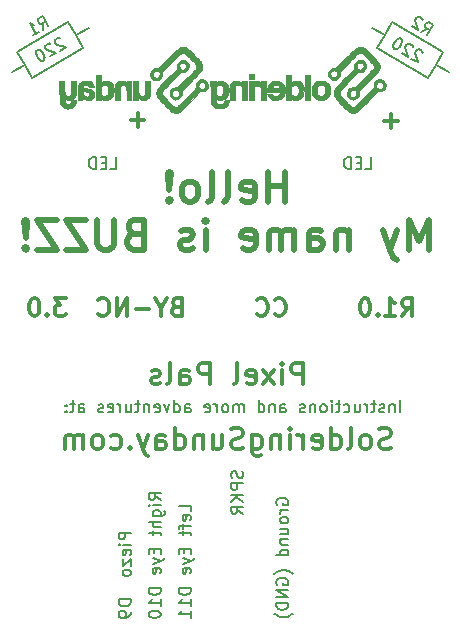
<source format=gbo>
G04 #@! TF.FileFunction,Legend,Bot*
%FSLAX46Y46*%
G04 Gerber Fmt 4.6, Leading zero omitted, Abs format (unit mm)*
G04 Created by KiCad (PCBNEW (2015-04-22 BZR 5621)-product) date 6/30/2015 10:49:08 AM*
%MOMM*%
G01*
G04 APERTURE LIST*
%ADD10C,0.100000*%
%ADD11C,0.300000*%
%ADD12C,0.203200*%
%ADD13C,0.508000*%
%ADD14C,0.150000*%
G04 APERTURE END LIST*
D10*
D11*
X99402828Y-103713743D02*
X98259971Y-103713743D01*
X98831400Y-104285171D02*
X98831400Y-103142314D01*
X120865828Y-103815343D02*
X119722971Y-103815343D01*
X120294400Y-104386771D02*
X120294400Y-103243914D01*
D12*
X110617000Y-136277049D02*
X110568619Y-136180287D01*
X110568619Y-136035144D01*
X110617000Y-135890002D01*
X110713762Y-135793240D01*
X110810524Y-135744859D01*
X111004048Y-135696478D01*
X111149190Y-135696478D01*
X111342714Y-135744859D01*
X111439476Y-135793240D01*
X111536238Y-135890002D01*
X111584619Y-136035144D01*
X111584619Y-136131906D01*
X111536238Y-136277049D01*
X111487857Y-136325430D01*
X111149190Y-136325430D01*
X111149190Y-136131906D01*
X111584619Y-136760859D02*
X110907286Y-136760859D01*
X111100810Y-136760859D02*
X111004048Y-136809240D01*
X110955667Y-136857621D01*
X110907286Y-136954383D01*
X110907286Y-137051144D01*
X111584619Y-137534954D02*
X111536238Y-137438192D01*
X111487857Y-137389811D01*
X111391095Y-137341430D01*
X111100810Y-137341430D01*
X111004048Y-137389811D01*
X110955667Y-137438192D01*
X110907286Y-137534954D01*
X110907286Y-137680096D01*
X110955667Y-137776858D01*
X111004048Y-137825239D01*
X111100810Y-137873620D01*
X111391095Y-137873620D01*
X111487857Y-137825239D01*
X111536238Y-137776858D01*
X111584619Y-137680096D01*
X111584619Y-137534954D01*
X110907286Y-138744477D02*
X111584619Y-138744477D01*
X110907286Y-138309049D02*
X111439476Y-138309049D01*
X111536238Y-138357430D01*
X111584619Y-138454192D01*
X111584619Y-138599334D01*
X111536238Y-138696096D01*
X111487857Y-138744477D01*
X110907286Y-139228287D02*
X111584619Y-139228287D01*
X111004048Y-139228287D02*
X110955667Y-139276668D01*
X110907286Y-139373430D01*
X110907286Y-139518572D01*
X110955667Y-139615334D01*
X111052429Y-139663715D01*
X111584619Y-139663715D01*
X111584619Y-140582953D02*
X110568619Y-140582953D01*
X111536238Y-140582953D02*
X111584619Y-140486191D01*
X111584619Y-140292668D01*
X111536238Y-140195906D01*
X111487857Y-140147525D01*
X111391095Y-140099144D01*
X111100810Y-140099144D01*
X111004048Y-140147525D01*
X110955667Y-140195906D01*
X110907286Y-140292668D01*
X110907286Y-140486191D01*
X110955667Y-140582953D01*
X111971667Y-142131143D02*
X111923286Y-142082763D01*
X111778143Y-141986001D01*
X111681381Y-141937620D01*
X111536238Y-141889239D01*
X111294333Y-141840858D01*
X111100810Y-141840858D01*
X110858905Y-141889239D01*
X110713762Y-141937620D01*
X110617000Y-141986001D01*
X110471857Y-142082763D01*
X110423476Y-142131143D01*
X110617000Y-143050381D02*
X110568619Y-142953619D01*
X110568619Y-142808476D01*
X110617000Y-142663334D01*
X110713762Y-142566572D01*
X110810524Y-142518191D01*
X111004048Y-142469810D01*
X111149190Y-142469810D01*
X111342714Y-142518191D01*
X111439476Y-142566572D01*
X111536238Y-142663334D01*
X111584619Y-142808476D01*
X111584619Y-142905238D01*
X111536238Y-143050381D01*
X111487857Y-143098762D01*
X111149190Y-143098762D01*
X111149190Y-142905238D01*
X111584619Y-143534191D02*
X110568619Y-143534191D01*
X111584619Y-144114762D01*
X110568619Y-144114762D01*
X111584619Y-144598572D02*
X110568619Y-144598572D01*
X110568619Y-144840477D01*
X110617000Y-144985619D01*
X110713762Y-145082381D01*
X110810524Y-145130762D01*
X111004048Y-145179143D01*
X111149190Y-145179143D01*
X111342714Y-145130762D01*
X111439476Y-145082381D01*
X111536238Y-144985619D01*
X111584619Y-144840477D01*
X111584619Y-144598572D01*
X111971667Y-145517810D02*
X111923286Y-145566191D01*
X111778143Y-145662953D01*
X111681381Y-145711334D01*
X111536238Y-145759715D01*
X111294333Y-145808096D01*
X111100810Y-145808096D01*
X110858905Y-145759715D01*
X110713762Y-145711334D01*
X110617000Y-145662953D01*
X110471857Y-145566191D01*
X110423476Y-145517810D01*
X103329619Y-136857621D02*
X103329619Y-136373812D01*
X102313619Y-136373812D01*
X103281238Y-137583335D02*
X103329619Y-137486573D01*
X103329619Y-137293050D01*
X103281238Y-137196288D01*
X103184476Y-137147907D01*
X102797429Y-137147907D01*
X102700667Y-137196288D01*
X102652286Y-137293050D01*
X102652286Y-137486573D01*
X102700667Y-137583335D01*
X102797429Y-137631716D01*
X102894190Y-137631716D01*
X102990952Y-137147907D01*
X102652286Y-137922002D02*
X102652286Y-138309050D01*
X103329619Y-138067145D02*
X102458762Y-138067145D01*
X102362000Y-138115526D01*
X102313619Y-138212288D01*
X102313619Y-138309050D01*
X102652286Y-138502573D02*
X102652286Y-138889621D01*
X102313619Y-138647716D02*
X103184476Y-138647716D01*
X103281238Y-138696097D01*
X103329619Y-138792859D01*
X103329619Y-138889621D01*
X102797429Y-140002382D02*
X102797429Y-140341048D01*
X103329619Y-140486191D02*
X103329619Y-140002382D01*
X102313619Y-140002382D01*
X102313619Y-140486191D01*
X102652286Y-140824858D02*
X103329619Y-141066763D01*
X102652286Y-141308667D02*
X103329619Y-141066763D01*
X103571524Y-140970001D01*
X103619905Y-140921620D01*
X103668286Y-140824858D01*
X103281238Y-142082762D02*
X103329619Y-141986000D01*
X103329619Y-141792477D01*
X103281238Y-141695715D01*
X103184476Y-141647334D01*
X102797429Y-141647334D01*
X102700667Y-141695715D01*
X102652286Y-141792477D01*
X102652286Y-141986000D01*
X102700667Y-142082762D01*
X102797429Y-142131143D01*
X102894190Y-142131143D01*
X102990952Y-141647334D01*
X103329619Y-143340667D02*
X102313619Y-143340667D01*
X102313619Y-143582572D01*
X102362000Y-143727714D01*
X102458762Y-143824476D01*
X102555524Y-143872857D01*
X102749048Y-143921238D01*
X102894190Y-143921238D01*
X103087714Y-143872857D01*
X103184476Y-143824476D01*
X103281238Y-143727714D01*
X103329619Y-143582572D01*
X103329619Y-143340667D01*
X103329619Y-144888857D02*
X103329619Y-144308286D01*
X103329619Y-144598572D02*
X102313619Y-144598572D01*
X102458762Y-144501810D01*
X102555524Y-144405048D01*
X102603905Y-144308286D01*
X103329619Y-145856476D02*
X103329619Y-145275905D01*
X103329619Y-145566191D02*
X102313619Y-145566191D01*
X102458762Y-145469429D01*
X102555524Y-145372667D01*
X102603905Y-145275905D01*
X100789619Y-135890001D02*
X100305810Y-135551335D01*
X100789619Y-135309430D02*
X99773619Y-135309430D01*
X99773619Y-135696477D01*
X99822000Y-135793239D01*
X99870381Y-135841620D01*
X99967143Y-135890001D01*
X100112286Y-135890001D01*
X100209048Y-135841620D01*
X100257429Y-135793239D01*
X100305810Y-135696477D01*
X100305810Y-135309430D01*
X100789619Y-136325430D02*
X100112286Y-136325430D01*
X99773619Y-136325430D02*
X99822000Y-136277049D01*
X99870381Y-136325430D01*
X99822000Y-136373811D01*
X99773619Y-136325430D01*
X99870381Y-136325430D01*
X100112286Y-137244668D02*
X100934762Y-137244668D01*
X101031524Y-137196287D01*
X101079905Y-137147906D01*
X101128286Y-137051145D01*
X101128286Y-136906002D01*
X101079905Y-136809240D01*
X100741238Y-137244668D02*
X100789619Y-137147906D01*
X100789619Y-136954383D01*
X100741238Y-136857621D01*
X100692857Y-136809240D01*
X100596095Y-136760859D01*
X100305810Y-136760859D01*
X100209048Y-136809240D01*
X100160667Y-136857621D01*
X100112286Y-136954383D01*
X100112286Y-137147906D01*
X100160667Y-137244668D01*
X100789619Y-137728478D02*
X99773619Y-137728478D01*
X100789619Y-138163906D02*
X100257429Y-138163906D01*
X100160667Y-138115525D01*
X100112286Y-138018763D01*
X100112286Y-137873621D01*
X100160667Y-137776859D01*
X100209048Y-137728478D01*
X100112286Y-138502573D02*
X100112286Y-138889621D01*
X99773619Y-138647716D02*
X100644476Y-138647716D01*
X100741238Y-138696097D01*
X100789619Y-138792859D01*
X100789619Y-138889621D01*
X100257429Y-140002382D02*
X100257429Y-140341048D01*
X100789619Y-140486191D02*
X100789619Y-140002382D01*
X99773619Y-140002382D01*
X99773619Y-140486191D01*
X100112286Y-140824858D02*
X100789619Y-141066763D01*
X100112286Y-141308667D02*
X100789619Y-141066763D01*
X101031524Y-140970001D01*
X101079905Y-140921620D01*
X101128286Y-140824858D01*
X100741238Y-142082762D02*
X100789619Y-141986000D01*
X100789619Y-141792477D01*
X100741238Y-141695715D01*
X100644476Y-141647334D01*
X100257429Y-141647334D01*
X100160667Y-141695715D01*
X100112286Y-141792477D01*
X100112286Y-141986000D01*
X100160667Y-142082762D01*
X100257429Y-142131143D01*
X100354190Y-142131143D01*
X100450952Y-141647334D01*
X100789619Y-143340667D02*
X99773619Y-143340667D01*
X99773619Y-143582572D01*
X99822000Y-143727714D01*
X99918762Y-143824476D01*
X100015524Y-143872857D01*
X100209048Y-143921238D01*
X100354190Y-143921238D01*
X100547714Y-143872857D01*
X100644476Y-143824476D01*
X100741238Y-143727714D01*
X100789619Y-143582572D01*
X100789619Y-143340667D01*
X100789619Y-144888857D02*
X100789619Y-144308286D01*
X100789619Y-144598572D02*
X99773619Y-144598572D01*
X99918762Y-144501810D01*
X100015524Y-144405048D01*
X100063905Y-144308286D01*
X99773619Y-145517810D02*
X99773619Y-145614571D01*
X99822000Y-145711333D01*
X99870381Y-145759714D01*
X99967143Y-145808095D01*
X100160667Y-145856476D01*
X100402571Y-145856476D01*
X100596095Y-145808095D01*
X100692857Y-145759714D01*
X100741238Y-145711333D01*
X100789619Y-145614571D01*
X100789619Y-145517810D01*
X100741238Y-145421048D01*
X100692857Y-145372667D01*
X100596095Y-145324286D01*
X100402571Y-145275905D01*
X100160667Y-145275905D01*
X99967143Y-145324286D01*
X99870381Y-145372667D01*
X99822000Y-145421048D01*
X99773619Y-145517810D01*
X98249619Y-138647715D02*
X97233619Y-138647715D01*
X97233619Y-139034762D01*
X97282000Y-139131524D01*
X97330381Y-139179905D01*
X97427143Y-139228286D01*
X97572286Y-139228286D01*
X97669048Y-139179905D01*
X97717429Y-139131524D01*
X97765810Y-139034762D01*
X97765810Y-138647715D01*
X98249619Y-139663715D02*
X97572286Y-139663715D01*
X97233619Y-139663715D02*
X97282000Y-139615334D01*
X97330381Y-139663715D01*
X97282000Y-139712096D01*
X97233619Y-139663715D01*
X97330381Y-139663715D01*
X98201238Y-140534572D02*
X98249619Y-140437810D01*
X98249619Y-140244287D01*
X98201238Y-140147525D01*
X98104476Y-140099144D01*
X97717429Y-140099144D01*
X97620667Y-140147525D01*
X97572286Y-140244287D01*
X97572286Y-140437810D01*
X97620667Y-140534572D01*
X97717429Y-140582953D01*
X97814190Y-140582953D01*
X97910952Y-140099144D01*
X97572286Y-140921620D02*
X97572286Y-141453810D01*
X98249619Y-140921620D01*
X98249619Y-141453810D01*
X98249619Y-141986001D02*
X98201238Y-141889239D01*
X98152857Y-141840858D01*
X98056095Y-141792477D01*
X97765810Y-141792477D01*
X97669048Y-141840858D01*
X97620667Y-141889239D01*
X97572286Y-141986001D01*
X97572286Y-142131143D01*
X97620667Y-142227905D01*
X97669048Y-142276286D01*
X97765810Y-142324667D01*
X98056095Y-142324667D01*
X98152857Y-142276286D01*
X98201238Y-142227905D01*
X98249619Y-142131143D01*
X98249619Y-141986001D01*
X98249619Y-144308286D02*
X97233619Y-144308286D01*
X97233619Y-144550191D01*
X97282000Y-144695333D01*
X97378762Y-144792095D01*
X97475524Y-144840476D01*
X97669048Y-144888857D01*
X97814190Y-144888857D01*
X98007714Y-144840476D01*
X98104476Y-144792095D01*
X98201238Y-144695333D01*
X98249619Y-144550191D01*
X98249619Y-144308286D01*
X98249619Y-145372667D02*
X98249619Y-145566191D01*
X98201238Y-145662952D01*
X98152857Y-145711333D01*
X98007714Y-145808095D01*
X97814190Y-145856476D01*
X97427143Y-145856476D01*
X97330381Y-145808095D01*
X97282000Y-145759714D01*
X97233619Y-145662952D01*
X97233619Y-145469429D01*
X97282000Y-145372667D01*
X97330381Y-145324286D01*
X97427143Y-145275905D01*
X97669048Y-145275905D01*
X97765810Y-145324286D01*
X97814190Y-145372667D01*
X97862571Y-145469429D01*
X97862571Y-145662952D01*
X97814190Y-145759714D01*
X97765810Y-145808095D01*
X97669048Y-145856476D01*
X121085426Y-128475619D02*
X121085426Y-127459619D01*
X120601616Y-127798286D02*
X120601616Y-128475619D01*
X120601616Y-127895048D02*
X120553235Y-127846667D01*
X120456473Y-127798286D01*
X120311331Y-127798286D01*
X120214569Y-127846667D01*
X120166188Y-127943429D01*
X120166188Y-128475619D01*
X119730759Y-128427238D02*
X119633997Y-128475619D01*
X119440473Y-128475619D01*
X119343712Y-128427238D01*
X119295331Y-128330476D01*
X119295331Y-128282095D01*
X119343712Y-128185333D01*
X119440473Y-128136952D01*
X119585616Y-128136952D01*
X119682378Y-128088571D01*
X119730759Y-127991810D01*
X119730759Y-127943429D01*
X119682378Y-127846667D01*
X119585616Y-127798286D01*
X119440473Y-127798286D01*
X119343712Y-127846667D01*
X119005045Y-127798286D02*
X118617997Y-127798286D01*
X118859902Y-127459619D02*
X118859902Y-128330476D01*
X118811521Y-128427238D01*
X118714759Y-128475619D01*
X118617997Y-128475619D01*
X118279331Y-128475619D02*
X118279331Y-127798286D01*
X118279331Y-127991810D02*
X118230950Y-127895048D01*
X118182569Y-127846667D01*
X118085807Y-127798286D01*
X117989046Y-127798286D01*
X117214951Y-127798286D02*
X117214951Y-128475619D01*
X117650379Y-127798286D02*
X117650379Y-128330476D01*
X117601998Y-128427238D01*
X117505236Y-128475619D01*
X117360094Y-128475619D01*
X117263332Y-128427238D01*
X117214951Y-128378857D01*
X116295713Y-128427238D02*
X116392475Y-128475619D01*
X116585998Y-128475619D01*
X116682760Y-128427238D01*
X116731141Y-128378857D01*
X116779522Y-128282095D01*
X116779522Y-127991810D01*
X116731141Y-127895048D01*
X116682760Y-127846667D01*
X116585998Y-127798286D01*
X116392475Y-127798286D01*
X116295713Y-127846667D01*
X116005427Y-127798286D02*
X115618379Y-127798286D01*
X115860284Y-127459619D02*
X115860284Y-128330476D01*
X115811903Y-128427238D01*
X115715141Y-128475619D01*
X115618379Y-128475619D01*
X115279713Y-128475619D02*
X115279713Y-127798286D01*
X115279713Y-127459619D02*
X115328094Y-127508000D01*
X115279713Y-127556381D01*
X115231332Y-127508000D01*
X115279713Y-127459619D01*
X115279713Y-127556381D01*
X114650760Y-128475619D02*
X114747522Y-128427238D01*
X114795903Y-128378857D01*
X114844284Y-128282095D01*
X114844284Y-127991810D01*
X114795903Y-127895048D01*
X114747522Y-127846667D01*
X114650760Y-127798286D01*
X114505618Y-127798286D01*
X114408856Y-127846667D01*
X114360475Y-127895048D01*
X114312094Y-127991810D01*
X114312094Y-128282095D01*
X114360475Y-128378857D01*
X114408856Y-128427238D01*
X114505618Y-128475619D01*
X114650760Y-128475619D01*
X113876665Y-127798286D02*
X113876665Y-128475619D01*
X113876665Y-127895048D02*
X113828284Y-127846667D01*
X113731522Y-127798286D01*
X113586380Y-127798286D01*
X113489618Y-127846667D01*
X113441237Y-127943429D01*
X113441237Y-128475619D01*
X113005808Y-128427238D02*
X112909046Y-128475619D01*
X112715522Y-128475619D01*
X112618761Y-128427238D01*
X112570380Y-128330476D01*
X112570380Y-128282095D01*
X112618761Y-128185333D01*
X112715522Y-128136952D01*
X112860665Y-128136952D01*
X112957427Y-128088571D01*
X113005808Y-127991810D01*
X113005808Y-127943429D01*
X112957427Y-127846667D01*
X112860665Y-127798286D01*
X112715522Y-127798286D01*
X112618761Y-127846667D01*
X110925428Y-128475619D02*
X110925428Y-127943429D01*
X110973809Y-127846667D01*
X111070571Y-127798286D01*
X111264094Y-127798286D01*
X111360856Y-127846667D01*
X110925428Y-128427238D02*
X111022190Y-128475619D01*
X111264094Y-128475619D01*
X111360856Y-128427238D01*
X111409237Y-128330476D01*
X111409237Y-128233714D01*
X111360856Y-128136952D01*
X111264094Y-128088571D01*
X111022190Y-128088571D01*
X110925428Y-128040190D01*
X110441618Y-127798286D02*
X110441618Y-128475619D01*
X110441618Y-127895048D02*
X110393237Y-127846667D01*
X110296475Y-127798286D01*
X110151333Y-127798286D01*
X110054571Y-127846667D01*
X110006190Y-127943429D01*
X110006190Y-128475619D01*
X109086952Y-128475619D02*
X109086952Y-127459619D01*
X109086952Y-128427238D02*
X109183714Y-128475619D01*
X109377237Y-128475619D01*
X109473999Y-128427238D01*
X109522380Y-128378857D01*
X109570761Y-128282095D01*
X109570761Y-127991810D01*
X109522380Y-127895048D01*
X109473999Y-127846667D01*
X109377237Y-127798286D01*
X109183714Y-127798286D01*
X109086952Y-127846667D01*
X107829047Y-128475619D02*
X107829047Y-127798286D01*
X107829047Y-127895048D02*
X107780666Y-127846667D01*
X107683904Y-127798286D01*
X107538762Y-127798286D01*
X107442000Y-127846667D01*
X107393619Y-127943429D01*
X107393619Y-128475619D01*
X107393619Y-127943429D02*
X107345238Y-127846667D01*
X107248476Y-127798286D01*
X107103333Y-127798286D01*
X107006571Y-127846667D01*
X106958190Y-127943429D01*
X106958190Y-128475619D01*
X106329237Y-128475619D02*
X106425999Y-128427238D01*
X106474380Y-128378857D01*
X106522761Y-128282095D01*
X106522761Y-127991810D01*
X106474380Y-127895048D01*
X106425999Y-127846667D01*
X106329237Y-127798286D01*
X106184095Y-127798286D01*
X106087333Y-127846667D01*
X106038952Y-127895048D01*
X105990571Y-127991810D01*
X105990571Y-128282095D01*
X106038952Y-128378857D01*
X106087333Y-128427238D01*
X106184095Y-128475619D01*
X106329237Y-128475619D01*
X105555142Y-128475619D02*
X105555142Y-127798286D01*
X105555142Y-127991810D02*
X105506761Y-127895048D01*
X105458380Y-127846667D01*
X105361618Y-127798286D01*
X105264857Y-127798286D01*
X104539143Y-128427238D02*
X104635905Y-128475619D01*
X104829428Y-128475619D01*
X104926190Y-128427238D01*
X104974571Y-128330476D01*
X104974571Y-127943429D01*
X104926190Y-127846667D01*
X104829428Y-127798286D01*
X104635905Y-127798286D01*
X104539143Y-127846667D01*
X104490762Y-127943429D01*
X104490762Y-128040190D01*
X104974571Y-128136952D01*
X102845810Y-128475619D02*
X102845810Y-127943429D01*
X102894191Y-127846667D01*
X102990953Y-127798286D01*
X103184476Y-127798286D01*
X103281238Y-127846667D01*
X102845810Y-128427238D02*
X102942572Y-128475619D01*
X103184476Y-128475619D01*
X103281238Y-128427238D01*
X103329619Y-128330476D01*
X103329619Y-128233714D01*
X103281238Y-128136952D01*
X103184476Y-128088571D01*
X102942572Y-128088571D01*
X102845810Y-128040190D01*
X101926572Y-128475619D02*
X101926572Y-127459619D01*
X101926572Y-128427238D02*
X102023334Y-128475619D01*
X102216857Y-128475619D01*
X102313619Y-128427238D01*
X102362000Y-128378857D01*
X102410381Y-128282095D01*
X102410381Y-127991810D01*
X102362000Y-127895048D01*
X102313619Y-127846667D01*
X102216857Y-127798286D01*
X102023334Y-127798286D01*
X101926572Y-127846667D01*
X101539524Y-127798286D02*
X101297619Y-128475619D01*
X101055715Y-127798286D01*
X100281620Y-128427238D02*
X100378382Y-128475619D01*
X100571905Y-128475619D01*
X100668667Y-128427238D01*
X100717048Y-128330476D01*
X100717048Y-127943429D01*
X100668667Y-127846667D01*
X100571905Y-127798286D01*
X100378382Y-127798286D01*
X100281620Y-127846667D01*
X100233239Y-127943429D01*
X100233239Y-128040190D01*
X100717048Y-128136952D01*
X99797810Y-127798286D02*
X99797810Y-128475619D01*
X99797810Y-127895048D02*
X99749429Y-127846667D01*
X99652667Y-127798286D01*
X99507525Y-127798286D01*
X99410763Y-127846667D01*
X99362382Y-127943429D01*
X99362382Y-128475619D01*
X99023715Y-127798286D02*
X98636667Y-127798286D01*
X98878572Y-127459619D02*
X98878572Y-128330476D01*
X98830191Y-128427238D01*
X98733429Y-128475619D01*
X98636667Y-128475619D01*
X97862573Y-127798286D02*
X97862573Y-128475619D01*
X98298001Y-127798286D02*
X98298001Y-128330476D01*
X98249620Y-128427238D01*
X98152858Y-128475619D01*
X98007716Y-128475619D01*
X97910954Y-128427238D01*
X97862573Y-128378857D01*
X97378763Y-128475619D02*
X97378763Y-127798286D01*
X97378763Y-127991810D02*
X97330382Y-127895048D01*
X97282001Y-127846667D01*
X97185239Y-127798286D01*
X97088478Y-127798286D01*
X96362764Y-128427238D02*
X96459526Y-128475619D01*
X96653049Y-128475619D01*
X96749811Y-128427238D01*
X96798192Y-128330476D01*
X96798192Y-127943429D01*
X96749811Y-127846667D01*
X96653049Y-127798286D01*
X96459526Y-127798286D01*
X96362764Y-127846667D01*
X96314383Y-127943429D01*
X96314383Y-128040190D01*
X96798192Y-128136952D01*
X95927335Y-128427238D02*
X95830573Y-128475619D01*
X95637049Y-128475619D01*
X95540288Y-128427238D01*
X95491907Y-128330476D01*
X95491907Y-128282095D01*
X95540288Y-128185333D01*
X95637049Y-128136952D01*
X95782192Y-128136952D01*
X95878954Y-128088571D01*
X95927335Y-127991810D01*
X95927335Y-127943429D01*
X95878954Y-127846667D01*
X95782192Y-127798286D01*
X95637049Y-127798286D01*
X95540288Y-127846667D01*
X93846955Y-128475619D02*
X93846955Y-127943429D01*
X93895336Y-127846667D01*
X93992098Y-127798286D01*
X94185621Y-127798286D01*
X94282383Y-127846667D01*
X93846955Y-128427238D02*
X93943717Y-128475619D01*
X94185621Y-128475619D01*
X94282383Y-128427238D01*
X94330764Y-128330476D01*
X94330764Y-128233714D01*
X94282383Y-128136952D01*
X94185621Y-128088571D01*
X93943717Y-128088571D01*
X93846955Y-128040190D01*
X93508288Y-127798286D02*
X93121240Y-127798286D01*
X93363145Y-127459619D02*
X93363145Y-128330476D01*
X93314764Y-128427238D01*
X93218002Y-128475619D01*
X93121240Y-128475619D01*
X92782574Y-128378857D02*
X92734193Y-128427238D01*
X92782574Y-128475619D01*
X92830955Y-128427238D01*
X92782574Y-128378857D01*
X92782574Y-128475619D01*
X92782574Y-127846667D02*
X92734193Y-127895048D01*
X92782574Y-127943429D01*
X92830955Y-127895048D01*
X92782574Y-127846667D01*
X92782574Y-127943429D01*
D11*
X112818333Y-126031133D02*
X112818333Y-124253133D01*
X112140999Y-124253133D01*
X111971666Y-124337800D01*
X111886999Y-124422467D01*
X111802333Y-124591800D01*
X111802333Y-124845800D01*
X111886999Y-125015133D01*
X111971666Y-125099800D01*
X112140999Y-125184467D01*
X112818333Y-125184467D01*
X111040333Y-126031133D02*
X111040333Y-124845800D01*
X111040333Y-124253133D02*
X111124999Y-124337800D01*
X111040333Y-124422467D01*
X110955666Y-124337800D01*
X111040333Y-124253133D01*
X111040333Y-124422467D01*
X110362999Y-126031133D02*
X109431666Y-124845800D01*
X110362999Y-124845800D02*
X109431666Y-126031133D01*
X108076999Y-125946467D02*
X108246333Y-126031133D01*
X108584999Y-126031133D01*
X108754333Y-125946467D01*
X108838999Y-125777133D01*
X108838999Y-125099800D01*
X108754333Y-124930467D01*
X108584999Y-124845800D01*
X108246333Y-124845800D01*
X108076999Y-124930467D01*
X107992333Y-125099800D01*
X107992333Y-125269133D01*
X108838999Y-125438467D01*
X106976333Y-126031133D02*
X107145666Y-125946467D01*
X107230333Y-125777133D01*
X107230333Y-124253133D01*
X104944333Y-126031133D02*
X104944333Y-124253133D01*
X104266999Y-124253133D01*
X104097666Y-124337800D01*
X104012999Y-124422467D01*
X103928333Y-124591800D01*
X103928333Y-124845800D01*
X104012999Y-125015133D01*
X104097666Y-125099800D01*
X104266999Y-125184467D01*
X104944333Y-125184467D01*
X102404333Y-126031133D02*
X102404333Y-125099800D01*
X102488999Y-124930467D01*
X102658333Y-124845800D01*
X102996999Y-124845800D01*
X103166333Y-124930467D01*
X102404333Y-125946467D02*
X102573666Y-126031133D01*
X102996999Y-126031133D01*
X103166333Y-125946467D01*
X103250999Y-125777133D01*
X103250999Y-125607800D01*
X103166333Y-125438467D01*
X102996999Y-125353800D01*
X102573666Y-125353800D01*
X102404333Y-125269133D01*
X101303666Y-126031133D02*
X101472999Y-125946467D01*
X101557666Y-125777133D01*
X101557666Y-124253133D01*
X100710999Y-125946467D02*
X100541666Y-126031133D01*
X100202999Y-126031133D01*
X100033666Y-125946467D01*
X99948999Y-125777133D01*
X99948999Y-125692467D01*
X100033666Y-125523133D01*
X100202999Y-125438467D01*
X100456999Y-125438467D01*
X100626333Y-125353800D01*
X100710999Y-125184467D01*
X100710999Y-125099800D01*
X100626333Y-124930467D01*
X100456999Y-124845800D01*
X100202999Y-124845800D01*
X100033666Y-124930467D01*
X120269001Y-131524867D02*
X120015001Y-131609533D01*
X119591668Y-131609533D01*
X119422335Y-131524867D01*
X119337668Y-131440200D01*
X119253001Y-131270867D01*
X119253001Y-131101533D01*
X119337668Y-130932200D01*
X119422335Y-130847533D01*
X119591668Y-130762867D01*
X119930335Y-130678200D01*
X120099668Y-130593533D01*
X120184335Y-130508867D01*
X120269001Y-130339533D01*
X120269001Y-130170200D01*
X120184335Y-130000867D01*
X120099668Y-129916200D01*
X119930335Y-129831533D01*
X119507001Y-129831533D01*
X119253001Y-129916200D01*
X118237002Y-131609533D02*
X118406335Y-131524867D01*
X118491002Y-131440200D01*
X118575668Y-131270867D01*
X118575668Y-130762867D01*
X118491002Y-130593533D01*
X118406335Y-130508867D01*
X118237002Y-130424200D01*
X117983002Y-130424200D01*
X117813668Y-130508867D01*
X117729002Y-130593533D01*
X117644335Y-130762867D01*
X117644335Y-131270867D01*
X117729002Y-131440200D01*
X117813668Y-131524867D01*
X117983002Y-131609533D01*
X118237002Y-131609533D01*
X116628335Y-131609533D02*
X116797668Y-131524867D01*
X116882335Y-131355533D01*
X116882335Y-129831533D01*
X115189002Y-131609533D02*
X115189002Y-129831533D01*
X115189002Y-131524867D02*
X115358335Y-131609533D01*
X115697002Y-131609533D01*
X115866335Y-131524867D01*
X115951002Y-131440200D01*
X116035668Y-131270867D01*
X116035668Y-130762867D01*
X115951002Y-130593533D01*
X115866335Y-130508867D01*
X115697002Y-130424200D01*
X115358335Y-130424200D01*
X115189002Y-130508867D01*
X113665001Y-131524867D02*
X113834335Y-131609533D01*
X114173001Y-131609533D01*
X114342335Y-131524867D01*
X114427001Y-131355533D01*
X114427001Y-130678200D01*
X114342335Y-130508867D01*
X114173001Y-130424200D01*
X113834335Y-130424200D01*
X113665001Y-130508867D01*
X113580335Y-130678200D01*
X113580335Y-130847533D01*
X114427001Y-131016867D01*
X112818335Y-131609533D02*
X112818335Y-130424200D01*
X112818335Y-130762867D02*
X112733668Y-130593533D01*
X112649001Y-130508867D01*
X112479668Y-130424200D01*
X112310335Y-130424200D01*
X111717668Y-131609533D02*
X111717668Y-130424200D01*
X111717668Y-129831533D02*
X111802334Y-129916200D01*
X111717668Y-130000867D01*
X111633001Y-129916200D01*
X111717668Y-129831533D01*
X111717668Y-130000867D01*
X110871001Y-130424200D02*
X110871001Y-131609533D01*
X110871001Y-130593533D02*
X110786334Y-130508867D01*
X110617001Y-130424200D01*
X110363001Y-130424200D01*
X110193667Y-130508867D01*
X110109001Y-130678200D01*
X110109001Y-131609533D01*
X108500334Y-130424200D02*
X108500334Y-131863533D01*
X108585000Y-132032867D01*
X108669667Y-132117533D01*
X108839000Y-132202200D01*
X109093000Y-132202200D01*
X109262334Y-132117533D01*
X108500334Y-131524867D02*
X108669667Y-131609533D01*
X109008334Y-131609533D01*
X109177667Y-131524867D01*
X109262334Y-131440200D01*
X109347000Y-131270867D01*
X109347000Y-130762867D01*
X109262334Y-130593533D01*
X109177667Y-130508867D01*
X109008334Y-130424200D01*
X108669667Y-130424200D01*
X108500334Y-130508867D01*
X107738333Y-131524867D02*
X107484333Y-131609533D01*
X107061000Y-131609533D01*
X106891667Y-131524867D01*
X106807000Y-131440200D01*
X106722333Y-131270867D01*
X106722333Y-131101533D01*
X106807000Y-130932200D01*
X106891667Y-130847533D01*
X107061000Y-130762867D01*
X107399667Y-130678200D01*
X107569000Y-130593533D01*
X107653667Y-130508867D01*
X107738333Y-130339533D01*
X107738333Y-130170200D01*
X107653667Y-130000867D01*
X107569000Y-129916200D01*
X107399667Y-129831533D01*
X106976333Y-129831533D01*
X106722333Y-129916200D01*
X105198334Y-130424200D02*
X105198334Y-131609533D01*
X105960334Y-130424200D02*
X105960334Y-131355533D01*
X105875667Y-131524867D01*
X105706334Y-131609533D01*
X105452334Y-131609533D01*
X105283000Y-131524867D01*
X105198334Y-131440200D01*
X104351667Y-130424200D02*
X104351667Y-131609533D01*
X104351667Y-130593533D02*
X104267000Y-130508867D01*
X104097667Y-130424200D01*
X103843667Y-130424200D01*
X103674333Y-130508867D01*
X103589667Y-130678200D01*
X103589667Y-131609533D01*
X101981000Y-131609533D02*
X101981000Y-129831533D01*
X101981000Y-131524867D02*
X102150333Y-131609533D01*
X102489000Y-131609533D01*
X102658333Y-131524867D01*
X102743000Y-131440200D01*
X102827666Y-131270867D01*
X102827666Y-130762867D01*
X102743000Y-130593533D01*
X102658333Y-130508867D01*
X102489000Y-130424200D01*
X102150333Y-130424200D01*
X101981000Y-130508867D01*
X100372333Y-131609533D02*
X100372333Y-130678200D01*
X100456999Y-130508867D01*
X100626333Y-130424200D01*
X100964999Y-130424200D01*
X101134333Y-130508867D01*
X100372333Y-131524867D02*
X100541666Y-131609533D01*
X100964999Y-131609533D01*
X101134333Y-131524867D01*
X101218999Y-131355533D01*
X101218999Y-131186200D01*
X101134333Y-131016867D01*
X100964999Y-130932200D01*
X100541666Y-130932200D01*
X100372333Y-130847533D01*
X99694999Y-130424200D02*
X99271666Y-131609533D01*
X98848332Y-130424200D02*
X99271666Y-131609533D01*
X99440999Y-132032867D01*
X99525666Y-132117533D01*
X99694999Y-132202200D01*
X98170999Y-131440200D02*
X98086332Y-131524867D01*
X98170999Y-131609533D01*
X98255665Y-131524867D01*
X98170999Y-131440200D01*
X98170999Y-131609533D01*
X96562332Y-131524867D02*
X96731665Y-131609533D01*
X97070332Y-131609533D01*
X97239665Y-131524867D01*
X97324332Y-131440200D01*
X97408998Y-131270867D01*
X97408998Y-130762867D01*
X97324332Y-130593533D01*
X97239665Y-130508867D01*
X97070332Y-130424200D01*
X96731665Y-130424200D01*
X96562332Y-130508867D01*
X95546332Y-131609533D02*
X95715665Y-131524867D01*
X95800332Y-131440200D01*
X95884998Y-131270867D01*
X95884998Y-130762867D01*
X95800332Y-130593533D01*
X95715665Y-130508867D01*
X95546332Y-130424200D01*
X95292332Y-130424200D01*
X95122998Y-130508867D01*
X95038332Y-130593533D01*
X94953665Y-130762867D01*
X94953665Y-131270867D01*
X95038332Y-131440200D01*
X95122998Y-131524867D01*
X95292332Y-131609533D01*
X95546332Y-131609533D01*
X94191665Y-131609533D02*
X94191665Y-130424200D01*
X94191665Y-130593533D02*
X94106998Y-130508867D01*
X93937665Y-130424200D01*
X93683665Y-130424200D01*
X93514331Y-130508867D01*
X93429665Y-130678200D01*
X93429665Y-131609533D01*
X93429665Y-130678200D02*
X93344998Y-130508867D01*
X93175665Y-130424200D01*
X92921665Y-130424200D01*
X92752331Y-130508867D01*
X92667665Y-130678200D01*
X92667665Y-131609533D01*
X121239427Y-120312571D02*
X121739427Y-119598286D01*
X122096570Y-120312571D02*
X122096570Y-118812571D01*
X121525142Y-118812571D01*
X121382284Y-118884000D01*
X121310856Y-118955429D01*
X121239427Y-119098286D01*
X121239427Y-119312571D01*
X121310856Y-119455429D01*
X121382284Y-119526857D01*
X121525142Y-119598286D01*
X122096570Y-119598286D01*
X119810856Y-120312571D02*
X120667999Y-120312571D01*
X120239427Y-120312571D02*
X120239427Y-118812571D01*
X120382284Y-119026857D01*
X120525142Y-119169714D01*
X120667999Y-119241143D01*
X119167999Y-120169714D02*
X119096571Y-120241143D01*
X119167999Y-120312571D01*
X119239428Y-120241143D01*
X119167999Y-120169714D01*
X119167999Y-120312571D01*
X118167999Y-118812571D02*
X118025142Y-118812571D01*
X117882285Y-118884000D01*
X117810856Y-118955429D01*
X117739427Y-119098286D01*
X117667999Y-119384000D01*
X117667999Y-119741143D01*
X117739427Y-120026857D01*
X117810856Y-120169714D01*
X117882285Y-120241143D01*
X118025142Y-120312571D01*
X118167999Y-120312571D01*
X118310856Y-120241143D01*
X118382285Y-120169714D01*
X118453713Y-120026857D01*
X118525142Y-119741143D01*
X118525142Y-119384000D01*
X118453713Y-119098286D01*
X118382285Y-118955429D01*
X118310856Y-118884000D01*
X118167999Y-118812571D01*
X110453714Y-120169714D02*
X110525143Y-120241143D01*
X110739429Y-120312571D01*
X110882286Y-120312571D01*
X111096571Y-120241143D01*
X111239429Y-120098286D01*
X111310857Y-119955429D01*
X111382286Y-119669714D01*
X111382286Y-119455429D01*
X111310857Y-119169714D01*
X111239429Y-119026857D01*
X111096571Y-118884000D01*
X110882286Y-118812571D01*
X110739429Y-118812571D01*
X110525143Y-118884000D01*
X110453714Y-118955429D01*
X108953714Y-120169714D02*
X109025143Y-120241143D01*
X109239429Y-120312571D01*
X109382286Y-120312571D01*
X109596571Y-120241143D01*
X109739429Y-120098286D01*
X109810857Y-119955429D01*
X109882286Y-119669714D01*
X109882286Y-119455429D01*
X109810857Y-119169714D01*
X109739429Y-119026857D01*
X109596571Y-118884000D01*
X109382286Y-118812571D01*
X109239429Y-118812571D01*
X109025143Y-118884000D01*
X108953714Y-118955429D01*
X102096572Y-119526857D02*
X101882286Y-119598286D01*
X101810858Y-119669714D01*
X101739429Y-119812571D01*
X101739429Y-120026857D01*
X101810858Y-120169714D01*
X101882286Y-120241143D01*
X102025144Y-120312571D01*
X102596572Y-120312571D01*
X102596572Y-118812571D01*
X102096572Y-118812571D01*
X101953715Y-118884000D01*
X101882286Y-118955429D01*
X101810858Y-119098286D01*
X101810858Y-119241143D01*
X101882286Y-119384000D01*
X101953715Y-119455429D01*
X102096572Y-119526857D01*
X102596572Y-119526857D01*
X100810858Y-119598286D02*
X100810858Y-120312571D01*
X101310858Y-118812571D02*
X100810858Y-119598286D01*
X100310858Y-118812571D01*
X99810858Y-119741143D02*
X98668001Y-119741143D01*
X97953715Y-120312571D02*
X97953715Y-118812571D01*
X97096572Y-120312571D01*
X97096572Y-118812571D01*
X95525143Y-120169714D02*
X95596572Y-120241143D01*
X95810858Y-120312571D01*
X95953715Y-120312571D01*
X96168000Y-120241143D01*
X96310858Y-120098286D01*
X96382286Y-119955429D01*
X96453715Y-119669714D01*
X96453715Y-119455429D01*
X96382286Y-119169714D01*
X96310858Y-119026857D01*
X96168000Y-118884000D01*
X95953715Y-118812571D01*
X95810858Y-118812571D01*
X95596572Y-118884000D01*
X95525143Y-118955429D01*
X92739429Y-118812571D02*
X91810858Y-118812571D01*
X92310858Y-119384000D01*
X92096572Y-119384000D01*
X91953715Y-119455429D01*
X91882286Y-119526857D01*
X91810858Y-119669714D01*
X91810858Y-120026857D01*
X91882286Y-120169714D01*
X91953715Y-120241143D01*
X92096572Y-120312571D01*
X92525144Y-120312571D01*
X92668001Y-120241143D01*
X92739429Y-120169714D01*
X91168001Y-120169714D02*
X91096573Y-120241143D01*
X91168001Y-120312571D01*
X91239430Y-120241143D01*
X91168001Y-120169714D01*
X91168001Y-120312571D01*
X90168001Y-118812571D02*
X90025144Y-118812571D01*
X89882287Y-118884000D01*
X89810858Y-118955429D01*
X89739429Y-119098286D01*
X89668001Y-119384000D01*
X89668001Y-119741143D01*
X89739429Y-120026857D01*
X89810858Y-120169714D01*
X89882287Y-120241143D01*
X90025144Y-120312571D01*
X90168001Y-120312571D01*
X90310858Y-120241143D01*
X90382287Y-120169714D01*
X90453715Y-120026857D01*
X90525144Y-119741143D01*
X90525144Y-119384000D01*
X90453715Y-119098286D01*
X90382287Y-118955429D01*
X90310858Y-118884000D01*
X90168001Y-118812571D01*
D13*
X111324571Y-110623048D02*
X111324571Y-108083048D01*
X111324571Y-109292571D02*
X109873143Y-109292571D01*
X109873143Y-110623048D02*
X109873143Y-108083048D01*
X107696000Y-110502095D02*
X107937905Y-110623048D01*
X108421714Y-110623048D01*
X108663619Y-110502095D01*
X108784571Y-110260190D01*
X108784571Y-109292571D01*
X108663619Y-109050667D01*
X108421714Y-108929714D01*
X107937905Y-108929714D01*
X107696000Y-109050667D01*
X107575048Y-109292571D01*
X107575048Y-109534476D01*
X108784571Y-109776381D01*
X106123619Y-110623048D02*
X106365524Y-110502095D01*
X106486476Y-110260190D01*
X106486476Y-108083048D01*
X104793143Y-110623048D02*
X105035048Y-110502095D01*
X105156000Y-110260190D01*
X105156000Y-108083048D01*
X103462667Y-110623048D02*
X103704572Y-110502095D01*
X103825524Y-110381143D01*
X103946476Y-110139238D01*
X103946476Y-109413524D01*
X103825524Y-109171619D01*
X103704572Y-109050667D01*
X103462667Y-108929714D01*
X103099810Y-108929714D01*
X102857905Y-109050667D01*
X102736953Y-109171619D01*
X102616000Y-109413524D01*
X102616000Y-110139238D01*
X102736953Y-110381143D01*
X102857905Y-110502095D01*
X103099810Y-110623048D01*
X103462667Y-110623048D01*
X101527429Y-110381143D02*
X101406477Y-110502095D01*
X101527429Y-110623048D01*
X101648381Y-110502095D01*
X101527429Y-110381143D01*
X101527429Y-110623048D01*
X101527429Y-109655429D02*
X101648381Y-108204000D01*
X101527429Y-108083048D01*
X101406477Y-108204000D01*
X101527429Y-109655429D01*
X101527429Y-108083048D01*
X123480285Y-114687048D02*
X123480285Y-112147048D01*
X122633618Y-113961333D01*
X121786952Y-112147048D01*
X121786952Y-114687048D01*
X120819333Y-112993714D02*
X120214571Y-114687048D01*
X119609809Y-112993714D02*
X120214571Y-114687048D01*
X120456476Y-115291810D01*
X120577428Y-115412762D01*
X120819333Y-115533714D01*
X116706952Y-112993714D02*
X116706952Y-114687048D01*
X116706952Y-113235619D02*
X116586000Y-113114667D01*
X116344095Y-112993714D01*
X115981238Y-112993714D01*
X115739333Y-113114667D01*
X115618381Y-113356571D01*
X115618381Y-114687048D01*
X113320286Y-114687048D02*
X113320286Y-113356571D01*
X113441238Y-113114667D01*
X113683143Y-112993714D01*
X114166952Y-112993714D01*
X114408857Y-113114667D01*
X113320286Y-114566095D02*
X113562190Y-114687048D01*
X114166952Y-114687048D01*
X114408857Y-114566095D01*
X114529809Y-114324190D01*
X114529809Y-114082286D01*
X114408857Y-113840381D01*
X114166952Y-113719429D01*
X113562190Y-113719429D01*
X113320286Y-113598476D01*
X112110762Y-114687048D02*
X112110762Y-112993714D01*
X112110762Y-113235619D02*
X111989810Y-113114667D01*
X111747905Y-112993714D01*
X111385048Y-112993714D01*
X111143143Y-113114667D01*
X111022191Y-113356571D01*
X111022191Y-114687048D01*
X111022191Y-113356571D02*
X110901238Y-113114667D01*
X110659334Y-112993714D01*
X110296476Y-112993714D01*
X110054572Y-113114667D01*
X109933619Y-113356571D01*
X109933619Y-114687048D01*
X107756476Y-114566095D02*
X107998381Y-114687048D01*
X108482190Y-114687048D01*
X108724095Y-114566095D01*
X108845047Y-114324190D01*
X108845047Y-113356571D01*
X108724095Y-113114667D01*
X108482190Y-112993714D01*
X107998381Y-112993714D01*
X107756476Y-113114667D01*
X107635524Y-113356571D01*
X107635524Y-113598476D01*
X108845047Y-113840381D01*
X104611714Y-114687048D02*
X104611714Y-112993714D01*
X104611714Y-112147048D02*
X104732666Y-112268000D01*
X104611714Y-112388952D01*
X104490762Y-112268000D01*
X104611714Y-112147048D01*
X104611714Y-112388952D01*
X103523142Y-114566095D02*
X103281238Y-114687048D01*
X102797428Y-114687048D01*
X102555523Y-114566095D01*
X102434571Y-114324190D01*
X102434571Y-114203238D01*
X102555523Y-113961333D01*
X102797428Y-113840381D01*
X103160285Y-113840381D01*
X103402190Y-113719429D01*
X103523142Y-113477524D01*
X103523142Y-113356571D01*
X103402190Y-113114667D01*
X103160285Y-112993714D01*
X102797428Y-112993714D01*
X102555523Y-113114667D01*
X98564095Y-113356571D02*
X98201238Y-113477524D01*
X98080286Y-113598476D01*
X97959334Y-113840381D01*
X97959334Y-114203238D01*
X98080286Y-114445143D01*
X98201238Y-114566095D01*
X98443143Y-114687048D01*
X99410762Y-114687048D01*
X99410762Y-112147048D01*
X98564095Y-112147048D01*
X98322191Y-112268000D01*
X98201238Y-112388952D01*
X98080286Y-112630857D01*
X98080286Y-112872762D01*
X98201238Y-113114667D01*
X98322191Y-113235619D01*
X98564095Y-113356571D01*
X99410762Y-113356571D01*
X96870762Y-112147048D02*
X96870762Y-114203238D01*
X96749810Y-114445143D01*
X96628857Y-114566095D01*
X96386953Y-114687048D01*
X95903143Y-114687048D01*
X95661238Y-114566095D01*
X95540286Y-114445143D01*
X95419334Y-114203238D01*
X95419334Y-112147048D01*
X94451715Y-112147048D02*
X92758382Y-112147048D01*
X94451715Y-114687048D01*
X92758382Y-114687048D01*
X92032667Y-112147048D02*
X90339334Y-112147048D01*
X92032667Y-114687048D01*
X90339334Y-114687048D01*
X89371714Y-114445143D02*
X89250762Y-114566095D01*
X89371714Y-114687048D01*
X89492666Y-114566095D01*
X89371714Y-114445143D01*
X89371714Y-114687048D01*
X89371714Y-113719429D02*
X89492666Y-112268000D01*
X89371714Y-112147048D01*
X89250762Y-112268000D01*
X89371714Y-113719429D01*
X89371714Y-112147048D01*
D14*
X118672405Y-95915000D02*
X119754936Y-96540000D01*
X119754936Y-96540000D02*
X120379936Y-95457468D01*
X120379936Y-95457468D02*
X124710064Y-97957468D01*
X124710064Y-97957468D02*
X124085064Y-99040000D01*
X124085064Y-99040000D02*
X125167595Y-99665000D01*
X125167595Y-99665000D02*
X124085064Y-99040000D01*
X124085064Y-99040000D02*
X123460064Y-100122532D01*
X123460064Y-100122532D02*
X119129936Y-97622532D01*
X119129936Y-97622532D02*
X119754936Y-96540000D01*
X93605064Y-96540000D02*
X94230064Y-97622532D01*
X94230064Y-97622532D02*
X89899936Y-100122532D01*
X89899936Y-100122532D02*
X89274936Y-99040000D01*
X88192405Y-99665000D02*
X89274936Y-99040000D01*
X89274936Y-99040000D02*
X88649936Y-97957468D01*
X88649936Y-97957468D02*
X92980064Y-95457468D01*
X92980064Y-95457468D02*
X93605064Y-96540000D01*
X93605064Y-96540000D02*
X94687595Y-95915000D01*
D10*
G36*
X104798716Y-100784890D02*
X104776750Y-100929808D01*
X104716636Y-101058878D01*
X104624973Y-101165880D01*
X104581009Y-101195554D01*
X104581009Y-100829054D01*
X104579140Y-100724844D01*
X104538795Y-100630373D01*
X104467625Y-100554325D01*
X104373281Y-100505386D01*
X104283709Y-100491576D01*
X104175440Y-100510404D01*
X104090167Y-100561293D01*
X104029828Y-100635505D01*
X103996362Y-100724304D01*
X103991709Y-100818950D01*
X104017808Y-100910707D01*
X104076598Y-100990836D01*
X104160562Y-101046474D01*
X104222717Y-101074463D01*
X104261502Y-101086857D01*
X104296214Y-101085634D01*
X104346146Y-101072769D01*
X104365179Y-101067435D01*
X104457249Y-101020115D01*
X104532340Y-100941176D01*
X104577462Y-100844963D01*
X104581009Y-100829054D01*
X104581009Y-101195554D01*
X104508362Y-101244590D01*
X104373402Y-101288788D01*
X104257457Y-101295167D01*
X104135097Y-101287403D01*
X103362109Y-102079154D01*
X103204656Y-102240005D01*
X103054748Y-102392339D01*
X102915915Y-102532624D01*
X102791684Y-102657334D01*
X102685585Y-102762939D01*
X102601145Y-102845911D01*
X102541892Y-102902722D01*
X102511838Y-102929481D01*
X102345837Y-103031748D01*
X102178362Y-103087923D01*
X102009163Y-103098039D01*
X101837994Y-103062128D01*
X101753992Y-103028052D01*
X101706397Y-103003808D01*
X101658867Y-102974460D01*
X101606825Y-102935947D01*
X101545696Y-102884208D01*
X101470904Y-102815184D01*
X101377874Y-102724814D01*
X101262029Y-102609038D01*
X101123537Y-102468624D01*
X100961650Y-102302785D01*
X100829513Y-102164551D01*
X100723652Y-102049511D01*
X100640592Y-101953254D01*
X100576860Y-101871368D01*
X100528981Y-101799441D01*
X100493481Y-101733063D01*
X100466887Y-101667821D01*
X100449451Y-101612646D01*
X100424311Y-101481617D01*
X100428839Y-101356025D01*
X100464658Y-101222280D01*
X100508629Y-101117792D01*
X100525640Y-101083404D01*
X100545531Y-101048476D01*
X100570708Y-101010396D01*
X100603575Y-100966557D01*
X100646538Y-100914349D01*
X100702002Y-100851163D01*
X100772371Y-100774388D01*
X100860050Y-100681417D01*
X100967445Y-100569639D01*
X101096961Y-100436446D01*
X101251001Y-100279228D01*
X101431973Y-100095376D01*
X101642279Y-99882280D01*
X101718696Y-99804926D01*
X102157715Y-99360596D01*
X102157715Y-99182037D01*
X102160155Y-99082497D01*
X102170116Y-99011295D01*
X102191556Y-98950767D01*
X102222433Y-98893380D01*
X102313999Y-98777801D01*
X102427097Y-98697032D01*
X102554022Y-98650764D01*
X102687067Y-98638685D01*
X102818526Y-98660485D01*
X102940694Y-98715853D01*
X103045863Y-98804479D01*
X103126327Y-98926053D01*
X103128126Y-98929877D01*
X103175767Y-99073032D01*
X103179592Y-99209225D01*
X103139458Y-99346378D01*
X103119885Y-99386872D01*
X103043078Y-99504515D01*
X102961904Y-99575922D01*
X102961904Y-99157218D01*
X102943087Y-99053593D01*
X102883464Y-98956953D01*
X102864069Y-98936875D01*
X102773236Y-98877234D01*
X102674783Y-98856726D01*
X102577644Y-98871419D01*
X102490753Y-98917378D01*
X102423042Y-98990669D01*
X102383445Y-99087358D01*
X102376880Y-99151411D01*
X102392141Y-99260211D01*
X102441882Y-99344286D01*
X102523759Y-99409093D01*
X102627823Y-99448510D01*
X102733270Y-99442511D01*
X102787571Y-99421100D01*
X102882742Y-99349860D01*
X102941322Y-99258936D01*
X102961904Y-99157218D01*
X102961904Y-99575922D01*
X102950799Y-99585691D01*
X102834592Y-99635615D01*
X102685996Y-99659500D01*
X102676535Y-99660174D01*
X102493425Y-99672507D01*
X101745073Y-100436825D01*
X101591163Y-100594726D01*
X101446346Y-100744660D01*
X101314031Y-100883000D01*
X101197627Y-101006119D01*
X101100543Y-101110389D01*
X101026189Y-101192184D01*
X100977973Y-101247876D01*
X100960097Y-101271964D01*
X100930039Y-101369340D01*
X100926910Y-101478650D01*
X100950331Y-101578889D01*
X100966205Y-101610382D01*
X100993612Y-101645465D01*
X101048567Y-101708132D01*
X101126209Y-101793122D01*
X101221680Y-101895174D01*
X101330118Y-102009030D01*
X101428237Y-102110520D01*
X101566011Y-102250952D01*
X101676762Y-102361066D01*
X101764624Y-102444581D01*
X101833726Y-102505215D01*
X101888199Y-102546685D01*
X101932175Y-102572709D01*
X101950806Y-102580820D01*
X101994216Y-102596395D01*
X102034077Y-102606241D01*
X102073477Y-102607992D01*
X102115506Y-102599281D01*
X102163254Y-102577743D01*
X102219810Y-102541011D01*
X102288265Y-102486718D01*
X102371708Y-102412498D01*
X102473229Y-102315985D01*
X102595918Y-102194812D01*
X102742863Y-102046613D01*
X102917156Y-101869021D01*
X103027628Y-101756083D01*
X103210727Y-101568383D01*
X103363549Y-101410673D01*
X103488462Y-101280338D01*
X103587836Y-101174764D01*
X103664041Y-101091336D01*
X103719446Y-101027440D01*
X103756422Y-100980461D01*
X103777336Y-100947786D01*
X103784559Y-100926799D01*
X103784204Y-100921332D01*
X103771783Y-100785832D01*
X103792180Y-100647206D01*
X103841462Y-100519697D01*
X103915693Y-100417550D01*
X103926088Y-100407676D01*
X104049033Y-100323019D01*
X104181164Y-100278114D01*
X104315733Y-100270045D01*
X104445996Y-100295894D01*
X104565205Y-100352746D01*
X104666615Y-100437684D01*
X104743478Y-100547793D01*
X104789050Y-100680156D01*
X104798716Y-100784890D01*
X104798716Y-100784890D01*
X104798716Y-100784890D01*
G37*
X104798716Y-100784890D02*
X104776750Y-100929808D01*
X104716636Y-101058878D01*
X104624973Y-101165880D01*
X104581009Y-101195554D01*
X104581009Y-100829054D01*
X104579140Y-100724844D01*
X104538795Y-100630373D01*
X104467625Y-100554325D01*
X104373281Y-100505386D01*
X104283709Y-100491576D01*
X104175440Y-100510404D01*
X104090167Y-100561293D01*
X104029828Y-100635505D01*
X103996362Y-100724304D01*
X103991709Y-100818950D01*
X104017808Y-100910707D01*
X104076598Y-100990836D01*
X104160562Y-101046474D01*
X104222717Y-101074463D01*
X104261502Y-101086857D01*
X104296214Y-101085634D01*
X104346146Y-101072769D01*
X104365179Y-101067435D01*
X104457249Y-101020115D01*
X104532340Y-100941176D01*
X104577462Y-100844963D01*
X104581009Y-100829054D01*
X104581009Y-101195554D01*
X104508362Y-101244590D01*
X104373402Y-101288788D01*
X104257457Y-101295167D01*
X104135097Y-101287403D01*
X103362109Y-102079154D01*
X103204656Y-102240005D01*
X103054748Y-102392339D01*
X102915915Y-102532624D01*
X102791684Y-102657334D01*
X102685585Y-102762939D01*
X102601145Y-102845911D01*
X102541892Y-102902722D01*
X102511838Y-102929481D01*
X102345837Y-103031748D01*
X102178362Y-103087923D01*
X102009163Y-103098039D01*
X101837994Y-103062128D01*
X101753992Y-103028052D01*
X101706397Y-103003808D01*
X101658867Y-102974460D01*
X101606825Y-102935947D01*
X101545696Y-102884208D01*
X101470904Y-102815184D01*
X101377874Y-102724814D01*
X101262029Y-102609038D01*
X101123537Y-102468624D01*
X100961650Y-102302785D01*
X100829513Y-102164551D01*
X100723652Y-102049511D01*
X100640592Y-101953254D01*
X100576860Y-101871368D01*
X100528981Y-101799441D01*
X100493481Y-101733063D01*
X100466887Y-101667821D01*
X100449451Y-101612646D01*
X100424311Y-101481617D01*
X100428839Y-101356025D01*
X100464658Y-101222280D01*
X100508629Y-101117792D01*
X100525640Y-101083404D01*
X100545531Y-101048476D01*
X100570708Y-101010396D01*
X100603575Y-100966557D01*
X100646538Y-100914349D01*
X100702002Y-100851163D01*
X100772371Y-100774388D01*
X100860050Y-100681417D01*
X100967445Y-100569639D01*
X101096961Y-100436446D01*
X101251001Y-100279228D01*
X101431973Y-100095376D01*
X101642279Y-99882280D01*
X101718696Y-99804926D01*
X102157715Y-99360596D01*
X102157715Y-99182037D01*
X102160155Y-99082497D01*
X102170116Y-99011295D01*
X102191556Y-98950767D01*
X102222433Y-98893380D01*
X102313999Y-98777801D01*
X102427097Y-98697032D01*
X102554022Y-98650764D01*
X102687067Y-98638685D01*
X102818526Y-98660485D01*
X102940694Y-98715853D01*
X103045863Y-98804479D01*
X103126327Y-98926053D01*
X103128126Y-98929877D01*
X103175767Y-99073032D01*
X103179592Y-99209225D01*
X103139458Y-99346378D01*
X103119885Y-99386872D01*
X103043078Y-99504515D01*
X102961904Y-99575922D01*
X102961904Y-99157218D01*
X102943087Y-99053593D01*
X102883464Y-98956953D01*
X102864069Y-98936875D01*
X102773236Y-98877234D01*
X102674783Y-98856726D01*
X102577644Y-98871419D01*
X102490753Y-98917378D01*
X102423042Y-98990669D01*
X102383445Y-99087358D01*
X102376880Y-99151411D01*
X102392141Y-99260211D01*
X102441882Y-99344286D01*
X102523759Y-99409093D01*
X102627823Y-99448510D01*
X102733270Y-99442511D01*
X102787571Y-99421100D01*
X102882742Y-99349860D01*
X102941322Y-99258936D01*
X102961904Y-99157218D01*
X102961904Y-99575922D01*
X102950799Y-99585691D01*
X102834592Y-99635615D01*
X102685996Y-99659500D01*
X102676535Y-99660174D01*
X102493425Y-99672507D01*
X101745073Y-100436825D01*
X101591163Y-100594726D01*
X101446346Y-100744660D01*
X101314031Y-100883000D01*
X101197627Y-101006119D01*
X101100543Y-101110389D01*
X101026189Y-101192184D01*
X100977973Y-101247876D01*
X100960097Y-101271964D01*
X100930039Y-101369340D01*
X100926910Y-101478650D01*
X100950331Y-101578889D01*
X100966205Y-101610382D01*
X100993612Y-101645465D01*
X101048567Y-101708132D01*
X101126209Y-101793122D01*
X101221680Y-101895174D01*
X101330118Y-102009030D01*
X101428237Y-102110520D01*
X101566011Y-102250952D01*
X101676762Y-102361066D01*
X101764624Y-102444581D01*
X101833726Y-102505215D01*
X101888199Y-102546685D01*
X101932175Y-102572709D01*
X101950806Y-102580820D01*
X101994216Y-102596395D01*
X102034077Y-102606241D01*
X102073477Y-102607992D01*
X102115506Y-102599281D01*
X102163254Y-102577743D01*
X102219810Y-102541011D01*
X102288265Y-102486718D01*
X102371708Y-102412498D01*
X102473229Y-102315985D01*
X102595918Y-102194812D01*
X102742863Y-102046613D01*
X102917156Y-101869021D01*
X103027628Y-101756083D01*
X103210727Y-101568383D01*
X103363549Y-101410673D01*
X103488462Y-101280338D01*
X103587836Y-101174764D01*
X103664041Y-101091336D01*
X103719446Y-101027440D01*
X103756422Y-100980461D01*
X103777336Y-100947786D01*
X103784559Y-100926799D01*
X103784204Y-100921332D01*
X103771783Y-100785832D01*
X103792180Y-100647206D01*
X103841462Y-100519697D01*
X103915693Y-100417550D01*
X103926088Y-100407676D01*
X104049033Y-100323019D01*
X104181164Y-100278114D01*
X104315733Y-100270045D01*
X104445996Y-100295894D01*
X104565205Y-100352746D01*
X104666615Y-100437684D01*
X104743478Y-100547793D01*
X104789050Y-100680156D01*
X104798716Y-100784890D01*
X104798716Y-100784890D01*
G36*
X119840822Y-100788024D02*
X119818915Y-100928437D01*
X119757681Y-101059672D01*
X119663846Y-101169755D01*
X119622607Y-101200495D01*
X119622607Y-100829054D01*
X119620739Y-100724844D01*
X119580394Y-100630373D01*
X119509224Y-100554325D01*
X119414880Y-100505386D01*
X119325308Y-100491576D01*
X119217039Y-100510404D01*
X119131766Y-100561293D01*
X119071426Y-100635505D01*
X119037961Y-100724304D01*
X119033308Y-100818950D01*
X119059407Y-100910707D01*
X119118197Y-100990836D01*
X119202161Y-101046474D01*
X119264315Y-101074463D01*
X119303101Y-101086857D01*
X119337812Y-101085634D01*
X119387744Y-101072769D01*
X119406778Y-101067435D01*
X119498848Y-101020115D01*
X119573939Y-100941176D01*
X119619061Y-100844963D01*
X119622607Y-100829054D01*
X119622607Y-101200495D01*
X119599343Y-101217837D01*
X119530765Y-101256086D01*
X119468635Y-101277406D01*
X119393782Y-101286639D01*
X119319460Y-101288534D01*
X119152130Y-101289664D01*
X118380931Y-102079516D01*
X118223612Y-102240210D01*
X118073798Y-102392414D01*
X117935031Y-102532588D01*
X117810848Y-102657196D01*
X117704791Y-102762699D01*
X117620397Y-102845558D01*
X117561206Y-102902237D01*
X117531408Y-102928713D01*
X117364870Y-103031369D01*
X117197116Y-103088039D01*
X117028485Y-103098679D01*
X116859315Y-103063245D01*
X116770437Y-103026202D01*
X116720639Y-102999453D01*
X116669134Y-102965749D01*
X116611215Y-102920922D01*
X116542179Y-102860806D01*
X116457320Y-102781234D01*
X116351933Y-102678040D01*
X116221314Y-102547056D01*
X116164770Y-102489826D01*
X115999301Y-102321048D01*
X115863721Y-102180030D01*
X115754673Y-102062541D01*
X115668796Y-101964352D01*
X115602731Y-101881231D01*
X115553119Y-101808950D01*
X115516602Y-101743276D01*
X115489819Y-101679980D01*
X115469412Y-101614832D01*
X115469128Y-101613785D01*
X115443865Y-101484664D01*
X115444996Y-101366790D01*
X115474332Y-101244860D01*
X115528219Y-101115040D01*
X115545058Y-101081351D01*
X115564790Y-101047022D01*
X115589803Y-101009466D01*
X115622489Y-100966096D01*
X115665236Y-100914323D01*
X115720434Y-100851562D01*
X115790472Y-100775223D01*
X115877741Y-100682720D01*
X115984628Y-100571465D01*
X116113525Y-100438871D01*
X116266820Y-100282351D01*
X116446904Y-100099317D01*
X116656165Y-99887181D01*
X116748785Y-99793385D01*
X117176244Y-99360584D01*
X117176244Y-99182032D01*
X117178684Y-99082492D01*
X117188645Y-99011290D01*
X117210088Y-98950760D01*
X117240962Y-98893380D01*
X117334454Y-98776127D01*
X117451808Y-98693678D01*
X117584867Y-98647616D01*
X117725474Y-98639525D01*
X117865469Y-98670988D01*
X117996697Y-98743588D01*
X117999954Y-98746066D01*
X118105023Y-98853952D01*
X118171202Y-98986651D01*
X118197609Y-99129149D01*
X118185067Y-99270452D01*
X118132476Y-99405188D01*
X118045625Y-99521538D01*
X117983079Y-99574226D01*
X117983079Y-99169385D01*
X117969246Y-99068899D01*
X117964257Y-99056230D01*
X117900006Y-98954966D01*
X117814051Y-98888954D01*
X117715205Y-98859432D01*
X117612280Y-98867639D01*
X117514089Y-98914812D01*
X117443585Y-98983059D01*
X117408216Y-99058546D01*
X117395196Y-99153545D01*
X117405205Y-99247511D01*
X117432706Y-99311766D01*
X117509007Y-99388584D01*
X117603250Y-99436197D01*
X117702693Y-99450537D01*
X117794594Y-99427537D01*
X117794881Y-99427390D01*
X117891943Y-99357293D01*
X117955993Y-99268404D01*
X117983079Y-99169385D01*
X117983079Y-99574226D01*
X117977073Y-99579286D01*
X117916101Y-99616557D01*
X117854750Y-99639616D01*
X117776449Y-99653223D01*
X117695313Y-99660174D01*
X117512452Y-99672507D01*
X116762588Y-100439266D01*
X116608637Y-100597367D01*
X116463814Y-100747402D01*
X116331514Y-100885760D01*
X116215131Y-101008834D01*
X116118059Y-101113012D01*
X116043692Y-101194685D01*
X115995424Y-101250243D01*
X115977363Y-101274405D01*
X115948064Y-101370494D01*
X115945487Y-101478945D01*
X115969127Y-101578506D01*
X115985373Y-101610382D01*
X116012949Y-101645501D01*
X116068021Y-101708235D01*
X116145722Y-101793310D01*
X116241186Y-101895456D01*
X116349544Y-102009400D01*
X116446940Y-102110342D01*
X116584099Y-102250474D01*
X116694291Y-102360311D01*
X116781684Y-102443609D01*
X116850446Y-102504124D01*
X116904745Y-102545612D01*
X116948750Y-102571828D01*
X116968869Y-102580642D01*
X117012415Y-102596275D01*
X117052380Y-102606181D01*
X117091855Y-102607994D01*
X117133933Y-102599349D01*
X117181704Y-102577880D01*
X117238262Y-102541222D01*
X117306697Y-102487010D01*
X117390101Y-102412876D01*
X117491567Y-102316457D01*
X117614185Y-102195386D01*
X117761049Y-102047298D01*
X117935250Y-101869828D01*
X118046366Y-101756246D01*
X118814210Y-100971008D01*
X118815072Y-100806226D01*
X118832649Y-100643322D01*
X118884694Y-100509913D01*
X118972983Y-100402938D01*
X119096419Y-100320777D01*
X119234868Y-100274113D01*
X119373601Y-100268824D01*
X119505887Y-100300686D01*
X119624989Y-100365470D01*
X119724176Y-100458950D01*
X119796712Y-100576899D01*
X119835864Y-100715092D01*
X119840822Y-100788024D01*
X119840822Y-100788024D01*
X119840822Y-100788024D01*
G37*
X119840822Y-100788024D02*
X119818915Y-100928437D01*
X119757681Y-101059672D01*
X119663846Y-101169755D01*
X119622607Y-101200495D01*
X119622607Y-100829054D01*
X119620739Y-100724844D01*
X119580394Y-100630373D01*
X119509224Y-100554325D01*
X119414880Y-100505386D01*
X119325308Y-100491576D01*
X119217039Y-100510404D01*
X119131766Y-100561293D01*
X119071426Y-100635505D01*
X119037961Y-100724304D01*
X119033308Y-100818950D01*
X119059407Y-100910707D01*
X119118197Y-100990836D01*
X119202161Y-101046474D01*
X119264315Y-101074463D01*
X119303101Y-101086857D01*
X119337812Y-101085634D01*
X119387744Y-101072769D01*
X119406778Y-101067435D01*
X119498848Y-101020115D01*
X119573939Y-100941176D01*
X119619061Y-100844963D01*
X119622607Y-100829054D01*
X119622607Y-101200495D01*
X119599343Y-101217837D01*
X119530765Y-101256086D01*
X119468635Y-101277406D01*
X119393782Y-101286639D01*
X119319460Y-101288534D01*
X119152130Y-101289664D01*
X118380931Y-102079516D01*
X118223612Y-102240210D01*
X118073798Y-102392414D01*
X117935031Y-102532588D01*
X117810848Y-102657196D01*
X117704791Y-102762699D01*
X117620397Y-102845558D01*
X117561206Y-102902237D01*
X117531408Y-102928713D01*
X117364870Y-103031369D01*
X117197116Y-103088039D01*
X117028485Y-103098679D01*
X116859315Y-103063245D01*
X116770437Y-103026202D01*
X116720639Y-102999453D01*
X116669134Y-102965749D01*
X116611215Y-102920922D01*
X116542179Y-102860806D01*
X116457320Y-102781234D01*
X116351933Y-102678040D01*
X116221314Y-102547056D01*
X116164770Y-102489826D01*
X115999301Y-102321048D01*
X115863721Y-102180030D01*
X115754673Y-102062541D01*
X115668796Y-101964352D01*
X115602731Y-101881231D01*
X115553119Y-101808950D01*
X115516602Y-101743276D01*
X115489819Y-101679980D01*
X115469412Y-101614832D01*
X115469128Y-101613785D01*
X115443865Y-101484664D01*
X115444996Y-101366790D01*
X115474332Y-101244860D01*
X115528219Y-101115040D01*
X115545058Y-101081351D01*
X115564790Y-101047022D01*
X115589803Y-101009466D01*
X115622489Y-100966096D01*
X115665236Y-100914323D01*
X115720434Y-100851562D01*
X115790472Y-100775223D01*
X115877741Y-100682720D01*
X115984628Y-100571465D01*
X116113525Y-100438871D01*
X116266820Y-100282351D01*
X116446904Y-100099317D01*
X116656165Y-99887181D01*
X116748785Y-99793385D01*
X117176244Y-99360584D01*
X117176244Y-99182032D01*
X117178684Y-99082492D01*
X117188645Y-99011290D01*
X117210088Y-98950760D01*
X117240962Y-98893380D01*
X117334454Y-98776127D01*
X117451808Y-98693678D01*
X117584867Y-98647616D01*
X117725474Y-98639525D01*
X117865469Y-98670988D01*
X117996697Y-98743588D01*
X117999954Y-98746066D01*
X118105023Y-98853952D01*
X118171202Y-98986651D01*
X118197609Y-99129149D01*
X118185067Y-99270452D01*
X118132476Y-99405188D01*
X118045625Y-99521538D01*
X117983079Y-99574226D01*
X117983079Y-99169385D01*
X117969246Y-99068899D01*
X117964257Y-99056230D01*
X117900006Y-98954966D01*
X117814051Y-98888954D01*
X117715205Y-98859432D01*
X117612280Y-98867639D01*
X117514089Y-98914812D01*
X117443585Y-98983059D01*
X117408216Y-99058546D01*
X117395196Y-99153545D01*
X117405205Y-99247511D01*
X117432706Y-99311766D01*
X117509007Y-99388584D01*
X117603250Y-99436197D01*
X117702693Y-99450537D01*
X117794594Y-99427537D01*
X117794881Y-99427390D01*
X117891943Y-99357293D01*
X117955993Y-99268404D01*
X117983079Y-99169385D01*
X117983079Y-99574226D01*
X117977073Y-99579286D01*
X117916101Y-99616557D01*
X117854750Y-99639616D01*
X117776449Y-99653223D01*
X117695313Y-99660174D01*
X117512452Y-99672507D01*
X116762588Y-100439266D01*
X116608637Y-100597367D01*
X116463814Y-100747402D01*
X116331514Y-100885760D01*
X116215131Y-101008834D01*
X116118059Y-101113012D01*
X116043692Y-101194685D01*
X115995424Y-101250243D01*
X115977363Y-101274405D01*
X115948064Y-101370494D01*
X115945487Y-101478945D01*
X115969127Y-101578506D01*
X115985373Y-101610382D01*
X116012949Y-101645501D01*
X116068021Y-101708235D01*
X116145722Y-101793310D01*
X116241186Y-101895456D01*
X116349544Y-102009400D01*
X116446940Y-102110342D01*
X116584099Y-102250474D01*
X116694291Y-102360311D01*
X116781684Y-102443609D01*
X116850446Y-102504124D01*
X116904745Y-102545612D01*
X116948750Y-102571828D01*
X116968869Y-102580642D01*
X117012415Y-102596275D01*
X117052380Y-102606181D01*
X117091855Y-102607994D01*
X117133933Y-102599349D01*
X117181704Y-102577880D01*
X117238262Y-102541222D01*
X117306697Y-102487010D01*
X117390101Y-102412876D01*
X117491567Y-102316457D01*
X117614185Y-102195386D01*
X117761049Y-102047298D01*
X117935250Y-101869828D01*
X118046366Y-101756246D01*
X118814210Y-100971008D01*
X118815072Y-100806226D01*
X118832649Y-100643322D01*
X118884694Y-100509913D01*
X118972983Y-100402938D01*
X119096419Y-100320777D01*
X119234868Y-100274113D01*
X119373601Y-100268824D01*
X119505887Y-100300686D01*
X119624989Y-100365470D01*
X119724176Y-100458950D01*
X119796712Y-100576899D01*
X119835864Y-100715092D01*
X119840822Y-100788024D01*
X119840822Y-100788024D01*
G36*
X93638613Y-102060245D02*
X93622263Y-102169828D01*
X93604544Y-102256528D01*
X93580217Y-102339530D01*
X93572377Y-102360155D01*
X93519569Y-102449427D01*
X93439690Y-102541757D01*
X93347789Y-102621361D01*
X93286593Y-102659919D01*
X93231860Y-102681769D01*
X93154052Y-102705436D01*
X93068278Y-102727225D01*
X92989648Y-102743441D01*
X92933271Y-102750390D01*
X92919736Y-102749630D01*
X92891119Y-102744514D01*
X92833128Y-102734574D01*
X92796662Y-102728412D01*
X92704056Y-102705504D01*
X92608101Y-102671088D01*
X92583774Y-102660104D01*
X92489877Y-102599501D01*
X92396977Y-102514133D01*
X92317338Y-102417508D01*
X92263226Y-102323133D01*
X92253533Y-102296385D01*
X92245462Y-102250007D01*
X92238875Y-102168498D01*
X92233717Y-102049859D01*
X92229931Y-101892091D01*
X92227463Y-101693195D01*
X92226256Y-101451172D01*
X92226108Y-101313563D01*
X92226108Y-100422280D01*
X92433737Y-100422280D01*
X92641367Y-100422280D01*
X92641367Y-100942499D01*
X92642016Y-101129166D01*
X92644728Y-101275456D01*
X92650651Y-101387124D01*
X92660932Y-101469924D01*
X92676717Y-101529611D01*
X92699154Y-101571938D01*
X92729390Y-101602660D01*
X92768572Y-101627531D01*
X92779031Y-101633061D01*
X92843941Y-101654395D01*
X92927425Y-101666789D01*
X92960054Y-101668057D01*
X93040687Y-101662106D01*
X93096149Y-101639770D01*
X93131090Y-101610370D01*
X93157211Y-101579351D01*
X93177618Y-101540906D01*
X93192990Y-101489341D01*
X93204006Y-101418959D01*
X93211346Y-101324065D01*
X93215687Y-101198966D01*
X93217710Y-101037965D01*
X93218115Y-100880459D01*
X93218115Y-100422280D01*
X93425744Y-100422280D01*
X93633374Y-100422280D01*
X93633374Y-100972292D01*
X93632507Y-101173159D01*
X93629335Y-101334147D01*
X93623005Y-101461496D01*
X93612660Y-101561444D01*
X93597445Y-101640230D01*
X93576505Y-101704093D01*
X93548986Y-101759272D01*
X93519277Y-101804716D01*
X93429241Y-101894976D01*
X93311776Y-101960534D01*
X93177559Y-102000121D01*
X93037266Y-102012466D01*
X92901574Y-101996297D01*
X92781159Y-101950346D01*
X92712667Y-101900709D01*
X92641367Y-101834104D01*
X92641367Y-101970986D01*
X92656331Y-102118750D01*
X92701211Y-102231411D01*
X92775986Y-102308946D01*
X92880633Y-102351329D01*
X92971888Y-102360068D01*
X93050125Y-102354421D01*
X93105125Y-102331871D01*
X93148983Y-102294416D01*
X93197180Y-102228438D01*
X93228522Y-102153578D01*
X93230521Y-102144461D01*
X93246320Y-102060245D01*
X93442466Y-102060245D01*
X93638613Y-102060245D01*
X93638613Y-102060245D01*
X93638613Y-102060245D01*
G37*
X93638613Y-102060245D02*
X93622263Y-102169828D01*
X93604544Y-102256528D01*
X93580217Y-102339530D01*
X93572377Y-102360155D01*
X93519569Y-102449427D01*
X93439690Y-102541757D01*
X93347789Y-102621361D01*
X93286593Y-102659919D01*
X93231860Y-102681769D01*
X93154052Y-102705436D01*
X93068278Y-102727225D01*
X92989648Y-102743441D01*
X92933271Y-102750390D01*
X92919736Y-102749630D01*
X92891119Y-102744514D01*
X92833128Y-102734574D01*
X92796662Y-102728412D01*
X92704056Y-102705504D01*
X92608101Y-102671088D01*
X92583774Y-102660104D01*
X92489877Y-102599501D01*
X92396977Y-102514133D01*
X92317338Y-102417508D01*
X92263226Y-102323133D01*
X92253533Y-102296385D01*
X92245462Y-102250007D01*
X92238875Y-102168498D01*
X92233717Y-102049859D01*
X92229931Y-101892091D01*
X92227463Y-101693195D01*
X92226256Y-101451172D01*
X92226108Y-101313563D01*
X92226108Y-100422280D01*
X92433737Y-100422280D01*
X92641367Y-100422280D01*
X92641367Y-100942499D01*
X92642016Y-101129166D01*
X92644728Y-101275456D01*
X92650651Y-101387124D01*
X92660932Y-101469924D01*
X92676717Y-101529611D01*
X92699154Y-101571938D01*
X92729390Y-101602660D01*
X92768572Y-101627531D01*
X92779031Y-101633061D01*
X92843941Y-101654395D01*
X92927425Y-101666789D01*
X92960054Y-101668057D01*
X93040687Y-101662106D01*
X93096149Y-101639770D01*
X93131090Y-101610370D01*
X93157211Y-101579351D01*
X93177618Y-101540906D01*
X93192990Y-101489341D01*
X93204006Y-101418959D01*
X93211346Y-101324065D01*
X93215687Y-101198966D01*
X93217710Y-101037965D01*
X93218115Y-100880459D01*
X93218115Y-100422280D01*
X93425744Y-100422280D01*
X93633374Y-100422280D01*
X93633374Y-100972292D01*
X93632507Y-101173159D01*
X93629335Y-101334147D01*
X93623005Y-101461496D01*
X93612660Y-101561444D01*
X93597445Y-101640230D01*
X93576505Y-101704093D01*
X93548986Y-101759272D01*
X93519277Y-101804716D01*
X93429241Y-101894976D01*
X93311776Y-101960534D01*
X93177559Y-102000121D01*
X93037266Y-102012466D01*
X92901574Y-101996297D01*
X92781159Y-101950346D01*
X92712667Y-101900709D01*
X92641367Y-101834104D01*
X92641367Y-101970986D01*
X92656331Y-102118750D01*
X92701211Y-102231411D01*
X92775986Y-102308946D01*
X92880633Y-102351329D01*
X92971888Y-102360068D01*
X93050125Y-102354421D01*
X93105125Y-102331871D01*
X93148983Y-102294416D01*
X93197180Y-102228438D01*
X93228522Y-102153578D01*
X93230521Y-102144461D01*
X93246320Y-102060245D01*
X93442466Y-102060245D01*
X93638613Y-102060245D01*
X93638613Y-102060245D01*
G36*
X106552538Y-102125346D02*
X106532665Y-102249533D01*
X106477598Y-102378010D01*
X106394164Y-102496011D01*
X106368525Y-102523295D01*
X106234290Y-102626134D01*
X106072951Y-102697500D01*
X105893246Y-102734976D01*
X105703909Y-102736147D01*
X105632527Y-102726787D01*
X105449193Y-102675926D01*
X105290919Y-102591538D01*
X105162667Y-102477030D01*
X105072518Y-102342176D01*
X105058874Y-102313802D01*
X105047699Y-102285755D01*
X105038706Y-102253263D01*
X105031604Y-102211556D01*
X105026106Y-102155863D01*
X105021923Y-102081412D01*
X105018766Y-101983432D01*
X105016348Y-101857153D01*
X105014379Y-101697803D01*
X105012571Y-101500611D01*
X105011169Y-101327775D01*
X105003950Y-100422280D01*
X105224566Y-100422280D01*
X105445181Y-100422280D01*
X105445181Y-100507550D01*
X105445181Y-100592821D01*
X105520159Y-100520254D01*
X105637999Y-100432402D01*
X105768621Y-100386436D01*
X105915633Y-100381647D01*
X106067779Y-100412796D01*
X106185660Y-100467756D01*
X106300892Y-100556465D01*
X106401850Y-100667411D01*
X106476910Y-100789083D01*
X106496937Y-100837767D01*
X106523851Y-100952531D01*
X106538340Y-101095570D01*
X106540435Y-101250733D01*
X106530168Y-101401869D01*
X106507568Y-101532825D01*
X106495527Y-101574615D01*
X106427548Y-101713010D01*
X106326313Y-101834899D01*
X106202552Y-101928990D01*
X106122408Y-101967233D01*
X106102675Y-101972292D01*
X106102675Y-101195123D01*
X106100407Y-101084008D01*
X106092189Y-101005839D01*
X106075900Y-100947579D01*
X106055750Y-100906749D01*
X105983329Y-100822986D01*
X105887985Y-100769514D01*
X105781236Y-100748198D01*
X105674602Y-100760900D01*
X105579601Y-100809486D01*
X105559986Y-100826526D01*
X105498561Y-100903301D01*
X105459298Y-100999030D01*
X105439341Y-101122953D01*
X105435334Y-101229728D01*
X105438136Y-101331959D01*
X105449857Y-101406328D01*
X105474199Y-101470817D01*
X105491865Y-101504273D01*
X105567419Y-101600242D01*
X105661561Y-101661457D01*
X105765535Y-101685546D01*
X105870586Y-101670139D01*
X105949140Y-101628066D01*
X106021540Y-101555325D01*
X106069583Y-101459959D01*
X106095757Y-101334954D01*
X106102675Y-101195123D01*
X106102675Y-101972292D01*
X105972086Y-102005776D01*
X105820471Y-102012940D01*
X105678348Y-101989995D01*
X105556499Y-101938211D01*
X105497404Y-101893633D01*
X105445181Y-101844573D01*
X105445181Y-101996779D01*
X105447934Y-102085705D01*
X105459189Y-102145331D01*
X105483442Y-102192322D01*
X105505604Y-102220794D01*
X105562695Y-102277383D01*
X105623527Y-102322074D01*
X105631343Y-102326378D01*
X105709530Y-102350299D01*
X105809585Y-102359355D01*
X105912024Y-102353743D01*
X105997363Y-102333662D01*
X106021011Y-102322423D01*
X106088679Y-102264594D01*
X106139051Y-102188734D01*
X106160263Y-102113050D01*
X106160349Y-102108593D01*
X106163529Y-102085122D01*
X106179114Y-102070789D01*
X106216169Y-102063359D01*
X106283761Y-102060598D01*
X106356444Y-102060245D01*
X106552538Y-102060245D01*
X106552538Y-102125346D01*
X106552538Y-102125346D01*
X106552538Y-102125346D01*
G37*
X106552538Y-102125346D02*
X106532665Y-102249533D01*
X106477598Y-102378010D01*
X106394164Y-102496011D01*
X106368525Y-102523295D01*
X106234290Y-102626134D01*
X106072951Y-102697500D01*
X105893246Y-102734976D01*
X105703909Y-102736147D01*
X105632527Y-102726787D01*
X105449193Y-102675926D01*
X105290919Y-102591538D01*
X105162667Y-102477030D01*
X105072518Y-102342176D01*
X105058874Y-102313802D01*
X105047699Y-102285755D01*
X105038706Y-102253263D01*
X105031604Y-102211556D01*
X105026106Y-102155863D01*
X105021923Y-102081412D01*
X105018766Y-101983432D01*
X105016348Y-101857153D01*
X105014379Y-101697803D01*
X105012571Y-101500611D01*
X105011169Y-101327775D01*
X105003950Y-100422280D01*
X105224566Y-100422280D01*
X105445181Y-100422280D01*
X105445181Y-100507550D01*
X105445181Y-100592821D01*
X105520159Y-100520254D01*
X105637999Y-100432402D01*
X105768621Y-100386436D01*
X105915633Y-100381647D01*
X106067779Y-100412796D01*
X106185660Y-100467756D01*
X106300892Y-100556465D01*
X106401850Y-100667411D01*
X106476910Y-100789083D01*
X106496937Y-100837767D01*
X106523851Y-100952531D01*
X106538340Y-101095570D01*
X106540435Y-101250733D01*
X106530168Y-101401869D01*
X106507568Y-101532825D01*
X106495527Y-101574615D01*
X106427548Y-101713010D01*
X106326313Y-101834899D01*
X106202552Y-101928990D01*
X106122408Y-101967233D01*
X106102675Y-101972292D01*
X106102675Y-101195123D01*
X106100407Y-101084008D01*
X106092189Y-101005839D01*
X106075900Y-100947579D01*
X106055750Y-100906749D01*
X105983329Y-100822986D01*
X105887985Y-100769514D01*
X105781236Y-100748198D01*
X105674602Y-100760900D01*
X105579601Y-100809486D01*
X105559986Y-100826526D01*
X105498561Y-100903301D01*
X105459298Y-100999030D01*
X105439341Y-101122953D01*
X105435334Y-101229728D01*
X105438136Y-101331959D01*
X105449857Y-101406328D01*
X105474199Y-101470817D01*
X105491865Y-101504273D01*
X105567419Y-101600242D01*
X105661561Y-101661457D01*
X105765535Y-101685546D01*
X105870586Y-101670139D01*
X105949140Y-101628066D01*
X106021540Y-101555325D01*
X106069583Y-101459959D01*
X106095757Y-101334954D01*
X106102675Y-101195123D01*
X106102675Y-101972292D01*
X105972086Y-102005776D01*
X105820471Y-102012940D01*
X105678348Y-101989995D01*
X105556499Y-101938211D01*
X105497404Y-101893633D01*
X105445181Y-101844573D01*
X105445181Y-101996779D01*
X105447934Y-102085705D01*
X105459189Y-102145331D01*
X105483442Y-102192322D01*
X105505604Y-102220794D01*
X105562695Y-102277383D01*
X105623527Y-102322074D01*
X105631343Y-102326378D01*
X105709530Y-102350299D01*
X105809585Y-102359355D01*
X105912024Y-102353743D01*
X105997363Y-102333662D01*
X106021011Y-102322423D01*
X106088679Y-102264594D01*
X106139051Y-102188734D01*
X106160263Y-102113050D01*
X106160349Y-102108593D01*
X106163529Y-102085122D01*
X106179114Y-102070789D01*
X106216169Y-102063359D01*
X106283761Y-102060598D01*
X106356444Y-102060245D01*
X106552538Y-102060245D01*
X106552538Y-102125346D01*
X106552538Y-102125346D01*
G36*
X96802715Y-101206658D02*
X96799982Y-101333104D01*
X96791479Y-101428692D01*
X96775062Y-101508562D01*
X96748793Y-101587312D01*
X96671599Y-101733715D01*
X96565415Y-101855599D01*
X96437567Y-101949156D01*
X96367161Y-101979570D01*
X96367161Y-101206658D01*
X96361777Y-101064846D01*
X96343374Y-100959176D01*
X96308582Y-100880670D01*
X96254027Y-100820348D01*
X96210319Y-100789094D01*
X96113845Y-100752920D01*
X96004750Y-100749442D01*
X95900132Y-100777024D01*
X95825041Y-100825982D01*
X95763535Y-100902590D01*
X95724119Y-100997777D01*
X95703888Y-101120894D01*
X95699580Y-101229912D01*
X95701808Y-101328946D01*
X95712287Y-101400085D01*
X95734977Y-101461372D01*
X95760879Y-101509153D01*
X95839329Y-101607389D01*
X95933604Y-101668120D01*
X96036513Y-101689193D01*
X96140865Y-101668456D01*
X96195245Y-101639141D01*
X96270379Y-101577707D01*
X96321172Y-101506310D01*
X96351504Y-101415189D01*
X96365254Y-101294584D01*
X96367161Y-101206658D01*
X96367161Y-101979570D01*
X96295383Y-102010578D01*
X96146186Y-102036057D01*
X95997304Y-102021784D01*
X95943900Y-102005714D01*
X95877952Y-101971527D01*
X95807419Y-101920243D01*
X95788178Y-101903061D01*
X95709668Y-101828359D01*
X95709668Y-101909697D01*
X95709668Y-101991036D01*
X95502039Y-101991036D01*
X95294409Y-101991036D01*
X95294409Y-100929819D01*
X95294409Y-99868601D01*
X95502039Y-99868601D01*
X95709668Y-99868601D01*
X95709668Y-100240659D01*
X95709668Y-100612716D01*
X95810432Y-100519835D01*
X95932993Y-100436636D01*
X96073166Y-100391239D01*
X96221559Y-100384035D01*
X96368780Y-100415413D01*
X96505439Y-100485763D01*
X96512381Y-100490712D01*
X96629299Y-100597555D01*
X96714855Y-100727947D01*
X96770747Y-100886077D01*
X96798674Y-101076133D01*
X96802715Y-101206658D01*
X96802715Y-101206658D01*
X96802715Y-101206658D01*
G37*
X96802715Y-101206658D02*
X96799982Y-101333104D01*
X96791479Y-101428692D01*
X96775062Y-101508562D01*
X96748793Y-101587312D01*
X96671599Y-101733715D01*
X96565415Y-101855599D01*
X96437567Y-101949156D01*
X96367161Y-101979570D01*
X96367161Y-101206658D01*
X96361777Y-101064846D01*
X96343374Y-100959176D01*
X96308582Y-100880670D01*
X96254027Y-100820348D01*
X96210319Y-100789094D01*
X96113845Y-100752920D01*
X96004750Y-100749442D01*
X95900132Y-100777024D01*
X95825041Y-100825982D01*
X95763535Y-100902590D01*
X95724119Y-100997777D01*
X95703888Y-101120894D01*
X95699580Y-101229912D01*
X95701808Y-101328946D01*
X95712287Y-101400085D01*
X95734977Y-101461372D01*
X95760879Y-101509153D01*
X95839329Y-101607389D01*
X95933604Y-101668120D01*
X96036513Y-101689193D01*
X96140865Y-101668456D01*
X96195245Y-101639141D01*
X96270379Y-101577707D01*
X96321172Y-101506310D01*
X96351504Y-101415189D01*
X96365254Y-101294584D01*
X96367161Y-101206658D01*
X96367161Y-101979570D01*
X96295383Y-102010578D01*
X96146186Y-102036057D01*
X95997304Y-102021784D01*
X95943900Y-102005714D01*
X95877952Y-101971527D01*
X95807419Y-101920243D01*
X95788178Y-101903061D01*
X95709668Y-101828359D01*
X95709668Y-101909697D01*
X95709668Y-101991036D01*
X95502039Y-101991036D01*
X95294409Y-101991036D01*
X95294409Y-100929819D01*
X95294409Y-99868601D01*
X95502039Y-99868601D01*
X95709668Y-99868601D01*
X95709668Y-100240659D01*
X95709668Y-100612716D01*
X95810432Y-100519835D01*
X95932993Y-100436636D01*
X96073166Y-100391239D01*
X96221559Y-100384035D01*
X96368780Y-100415413D01*
X96505439Y-100485763D01*
X96512381Y-100490712D01*
X96629299Y-100597555D01*
X96714855Y-100727947D01*
X96770747Y-100886077D01*
X96798674Y-101076133D01*
X96802715Y-101206658D01*
X96802715Y-101206658D01*
G36*
X99885327Y-101002119D02*
X99884795Y-101204335D01*
X99882468Y-101366381D01*
X99877247Y-101494225D01*
X99868036Y-101593831D01*
X99853737Y-101671165D01*
X99833251Y-101732193D01*
X99805481Y-101782881D01*
X99769330Y-101829195D01*
X99724476Y-101876324D01*
X99598884Y-101971065D01*
X99455554Y-102024750D01*
X99300120Y-102036106D01*
X99147326Y-102006827D01*
X99085865Y-101975872D01*
X99013688Y-101923616D01*
X98968534Y-101882905D01*
X98870249Y-101784620D01*
X98870249Y-101887828D01*
X98870249Y-101991036D01*
X98674155Y-101991036D01*
X98478061Y-101991036D01*
X98478061Y-101206658D01*
X98478061Y-100422280D01*
X98685690Y-100422280D01*
X98893319Y-100422280D01*
X98893448Y-100900981D01*
X98894613Y-101050763D01*
X98897787Y-101189921D01*
X98902614Y-101309975D01*
X98908736Y-101402444D01*
X98915795Y-101458845D01*
X98917193Y-101464712D01*
X98966469Y-101565024D01*
X99047127Y-101633173D01*
X99154437Y-101665715D01*
X99196515Y-101668057D01*
X99272791Y-101665460D01*
X99333461Y-101654536D01*
X99380297Y-101630580D01*
X99415072Y-101588888D01*
X99439559Y-101524756D01*
X99455529Y-101433481D01*
X99464755Y-101310359D01*
X99469011Y-101150686D01*
X99470067Y-100949757D01*
X99470068Y-100942095D01*
X99470068Y-100422280D01*
X99677697Y-100422280D01*
X99885327Y-100422280D01*
X99885327Y-101002119D01*
X99885327Y-101002119D01*
X99885327Y-101002119D01*
G37*
X99885327Y-101002119D02*
X99884795Y-101204335D01*
X99882468Y-101366381D01*
X99877247Y-101494225D01*
X99868036Y-101593831D01*
X99853737Y-101671165D01*
X99833251Y-101732193D01*
X99805481Y-101782881D01*
X99769330Y-101829195D01*
X99724476Y-101876324D01*
X99598884Y-101971065D01*
X99455554Y-102024750D01*
X99300120Y-102036106D01*
X99147326Y-102006827D01*
X99085865Y-101975872D01*
X99013688Y-101923616D01*
X98968534Y-101882905D01*
X98870249Y-101784620D01*
X98870249Y-101887828D01*
X98870249Y-101991036D01*
X98674155Y-101991036D01*
X98478061Y-101991036D01*
X98478061Y-101206658D01*
X98478061Y-100422280D01*
X98685690Y-100422280D01*
X98893319Y-100422280D01*
X98893448Y-100900981D01*
X98894613Y-101050763D01*
X98897787Y-101189921D01*
X98902614Y-101309975D01*
X98908736Y-101402444D01*
X98915795Y-101458845D01*
X98917193Y-101464712D01*
X98966469Y-101565024D01*
X99047127Y-101633173D01*
X99154437Y-101665715D01*
X99196515Y-101668057D01*
X99272791Y-101665460D01*
X99333461Y-101654536D01*
X99380297Y-101630580D01*
X99415072Y-101588888D01*
X99439559Y-101524756D01*
X99455529Y-101433481D01*
X99464755Y-101310359D01*
X99469011Y-101150686D01*
X99470067Y-100949757D01*
X99470068Y-100942095D01*
X99470068Y-100422280D01*
X99677697Y-100422280D01*
X99885327Y-100422280D01*
X99885327Y-101002119D01*
X99885327Y-101002119D01*
G36*
X111297686Y-101206875D02*
X111283055Y-101362146D01*
X111252511Y-101516194D01*
X111209110Y-101648137D01*
X111208762Y-101648948D01*
X111137168Y-101765695D01*
X111033600Y-101870725D01*
X110912207Y-101951114D01*
X110869726Y-101969207D01*
X110869726Y-101045168D01*
X110854006Y-100993261D01*
X110800400Y-100878333D01*
X110721268Y-100790524D01*
X110624436Y-100736560D01*
X110538611Y-100722275D01*
X110462420Y-100741457D01*
X110382907Y-100791139D01*
X110312016Y-100859875D01*
X110261692Y-100936215D01*
X110243814Y-101004796D01*
X110247724Y-101021065D01*
X110264258Y-101032299D01*
X110300499Y-101039409D01*
X110363532Y-101043311D01*
X110460440Y-101044919D01*
X110556727Y-101045168D01*
X110869726Y-101045168D01*
X110869726Y-101969207D01*
X110848034Y-101978447D01*
X110742899Y-102004574D01*
X110617397Y-102021363D01*
X110489664Y-102027591D01*
X110377837Y-102022032D01*
X110329491Y-102013459D01*
X110166874Y-101950341D01*
X110027128Y-101851428D01*
X109917668Y-101722527D01*
X109884663Y-101665133D01*
X109853341Y-101601220D01*
X109832942Y-101555561D01*
X109828469Y-101541939D01*
X109849812Y-101536494D01*
X109906939Y-101532283D01*
X109989498Y-101529927D01*
X110033792Y-101529637D01*
X110132179Y-101530289D01*
X110196919Y-101534595D01*
X110240503Y-101546081D01*
X110275423Y-101568274D01*
X110314170Y-101604698D01*
X110319859Y-101610382D01*
X110372746Y-101658132D01*
X110420523Y-101682189D01*
X110483550Y-101690451D01*
X110528025Y-101691126D01*
X110613522Y-101686292D01*
X110673780Y-101667689D01*
X110727255Y-101630704D01*
X110807898Y-101542861D01*
X110856000Y-101446806D01*
X110866616Y-101380828D01*
X110866616Y-101322007D01*
X110332695Y-101322007D01*
X109798774Y-101322007D01*
X109814005Y-101154750D01*
X109844474Y-100954450D01*
X109897545Y-100789183D01*
X109975816Y-100652404D01*
X110045436Y-100571651D01*
X110148659Y-100484938D01*
X110259405Y-100428288D01*
X110389296Y-100397524D01*
X110549957Y-100388470D01*
X110555172Y-100388490D01*
X110748363Y-100408676D01*
X110915088Y-100466313D01*
X111053976Y-100560133D01*
X111163659Y-100688871D01*
X111242766Y-100851259D01*
X111289929Y-101046030D01*
X111293345Y-101071264D01*
X111297686Y-101206875D01*
X111297686Y-101206875D01*
X111297686Y-101206875D01*
G37*
X111297686Y-101206875D02*
X111283055Y-101362146D01*
X111252511Y-101516194D01*
X111209110Y-101648137D01*
X111208762Y-101648948D01*
X111137168Y-101765695D01*
X111033600Y-101870725D01*
X110912207Y-101951114D01*
X110869726Y-101969207D01*
X110869726Y-101045168D01*
X110854006Y-100993261D01*
X110800400Y-100878333D01*
X110721268Y-100790524D01*
X110624436Y-100736560D01*
X110538611Y-100722275D01*
X110462420Y-100741457D01*
X110382907Y-100791139D01*
X110312016Y-100859875D01*
X110261692Y-100936215D01*
X110243814Y-101004796D01*
X110247724Y-101021065D01*
X110264258Y-101032299D01*
X110300499Y-101039409D01*
X110363532Y-101043311D01*
X110460440Y-101044919D01*
X110556727Y-101045168D01*
X110869726Y-101045168D01*
X110869726Y-101969207D01*
X110848034Y-101978447D01*
X110742899Y-102004574D01*
X110617397Y-102021363D01*
X110489664Y-102027591D01*
X110377837Y-102022032D01*
X110329491Y-102013459D01*
X110166874Y-101950341D01*
X110027128Y-101851428D01*
X109917668Y-101722527D01*
X109884663Y-101665133D01*
X109853341Y-101601220D01*
X109832942Y-101555561D01*
X109828469Y-101541939D01*
X109849812Y-101536494D01*
X109906939Y-101532283D01*
X109989498Y-101529927D01*
X110033792Y-101529637D01*
X110132179Y-101530289D01*
X110196919Y-101534595D01*
X110240503Y-101546081D01*
X110275423Y-101568274D01*
X110314170Y-101604698D01*
X110319859Y-101610382D01*
X110372746Y-101658132D01*
X110420523Y-101682189D01*
X110483550Y-101690451D01*
X110528025Y-101691126D01*
X110613522Y-101686292D01*
X110673780Y-101667689D01*
X110727255Y-101630704D01*
X110807898Y-101542861D01*
X110856000Y-101446806D01*
X110866616Y-101380828D01*
X110866616Y-101322007D01*
X110332695Y-101322007D01*
X109798774Y-101322007D01*
X109814005Y-101154750D01*
X109844474Y-100954450D01*
X109897545Y-100789183D01*
X109975816Y-100652404D01*
X110045436Y-100571651D01*
X110148659Y-100484938D01*
X110259405Y-100428288D01*
X110389296Y-100397524D01*
X110549957Y-100388470D01*
X110555172Y-100388490D01*
X110748363Y-100408676D01*
X110915088Y-100466313D01*
X111053976Y-100560133D01*
X111163659Y-100688871D01*
X111242766Y-100851259D01*
X111289929Y-101046030D01*
X111293345Y-101071264D01*
X111297686Y-101206875D01*
X111297686Y-101206875D01*
G36*
X112900763Y-101203909D02*
X112884015Y-101420168D01*
X112835713Y-101603570D01*
X112755119Y-101755600D01*
X112641495Y-101877740D01*
X112527540Y-101954265D01*
X112468198Y-101977841D01*
X112468198Y-101206658D01*
X112465385Y-101095626D01*
X112455224Y-101015424D01*
X112435134Y-100950987D01*
X112418331Y-100915691D01*
X112347999Y-100825502D01*
X112256175Y-100769105D01*
X112152737Y-100746455D01*
X112047561Y-100757507D01*
X111950523Y-100802216D01*
X111871500Y-100880537D01*
X111848672Y-100918284D01*
X111823708Y-100977531D01*
X111808920Y-101045442D01*
X111802122Y-101135823D01*
X111800949Y-101219878D01*
X111802239Y-101323157D01*
X111808052Y-101394117D01*
X111821300Y-101446550D01*
X111844895Y-101494246D01*
X111865866Y-101527288D01*
X111949742Y-101618955D01*
X112050021Y-101671943D01*
X112158815Y-101684369D01*
X112268238Y-101654348D01*
X112306624Y-101632551D01*
X112384781Y-101558496D01*
X112436577Y-101454142D01*
X112463436Y-101315734D01*
X112468198Y-101206658D01*
X112468198Y-101977841D01*
X112408987Y-102001365D01*
X112274672Y-102027451D01*
X112143443Y-102030145D01*
X112053801Y-102014002D01*
X111995614Y-101986215D01*
X111924787Y-101939418D01*
X111886544Y-101909090D01*
X111789414Y-101825951D01*
X111789414Y-101908493D01*
X111789414Y-101991036D01*
X111581552Y-101991036D01*
X111373690Y-101991036D01*
X111379690Y-100935586D01*
X111385690Y-99880136D01*
X111593319Y-99880136D01*
X111800949Y-99880136D01*
X111807284Y-100239909D01*
X111813619Y-100599682D01*
X111895183Y-100522757D01*
X112013712Y-100441476D01*
X112154813Y-100395210D01*
X112308049Y-100386732D01*
X112374697Y-100395325D01*
X112531002Y-100445997D01*
X112661839Y-100533799D01*
X112765718Y-100656443D01*
X112841150Y-100811638D01*
X112886645Y-100997095D01*
X112900763Y-101203909D01*
X112900763Y-101203909D01*
X112900763Y-101203909D01*
G37*
X112900763Y-101203909D02*
X112884015Y-101420168D01*
X112835713Y-101603570D01*
X112755119Y-101755600D01*
X112641495Y-101877740D01*
X112527540Y-101954265D01*
X112468198Y-101977841D01*
X112468198Y-101206658D01*
X112465385Y-101095626D01*
X112455224Y-101015424D01*
X112435134Y-100950987D01*
X112418331Y-100915691D01*
X112347999Y-100825502D01*
X112256175Y-100769105D01*
X112152737Y-100746455D01*
X112047561Y-100757507D01*
X111950523Y-100802216D01*
X111871500Y-100880537D01*
X111848672Y-100918284D01*
X111823708Y-100977531D01*
X111808920Y-101045442D01*
X111802122Y-101135823D01*
X111800949Y-101219878D01*
X111802239Y-101323157D01*
X111808052Y-101394117D01*
X111821300Y-101446550D01*
X111844895Y-101494246D01*
X111865866Y-101527288D01*
X111949742Y-101618955D01*
X112050021Y-101671943D01*
X112158815Y-101684369D01*
X112268238Y-101654348D01*
X112306624Y-101632551D01*
X112384781Y-101558496D01*
X112436577Y-101454142D01*
X112463436Y-101315734D01*
X112468198Y-101206658D01*
X112468198Y-101977841D01*
X112408987Y-102001365D01*
X112274672Y-102027451D01*
X112143443Y-102030145D01*
X112053801Y-102014002D01*
X111995614Y-101986215D01*
X111924787Y-101939418D01*
X111886544Y-101909090D01*
X111789414Y-101825951D01*
X111789414Y-101908493D01*
X111789414Y-101991036D01*
X111581552Y-101991036D01*
X111373690Y-101991036D01*
X111379690Y-100935586D01*
X111385690Y-99880136D01*
X111593319Y-99880136D01*
X111800949Y-99880136D01*
X111807284Y-100239909D01*
X111813619Y-100599682D01*
X111895183Y-100522757D01*
X112013712Y-100441476D01*
X112154813Y-100395210D01*
X112308049Y-100386732D01*
X112374697Y-100395325D01*
X112531002Y-100445997D01*
X112661839Y-100533799D01*
X112765718Y-100656443D01*
X112841150Y-100811638D01*
X112886645Y-100997095D01*
X112900763Y-101203909D01*
X112900763Y-101203909D01*
G36*
X115157625Y-101206658D02*
X115146536Y-101348276D01*
X115116964Y-101493396D01*
X115109319Y-101519683D01*
X115075608Y-101613435D01*
X115034490Y-101687726D01*
X114974339Y-101761203D01*
X114930527Y-101806430D01*
X114817253Y-101905143D01*
X114718789Y-101961707D01*
X114718789Y-101213166D01*
X114704831Y-101045985D01*
X114663814Y-100916003D01*
X114595451Y-100822840D01*
X114499455Y-100766116D01*
X114375540Y-100745452D01*
X114365198Y-100745345D01*
X114233806Y-100760206D01*
X114132715Y-100806323D01*
X114060352Y-100885652D01*
X114015142Y-101000155D01*
X113995510Y-101151789D01*
X113994371Y-101206658D01*
X113997095Y-101316869D01*
X114007046Y-101396491D01*
X114026895Y-101460846D01*
X114045516Y-101500129D01*
X114100267Y-101583024D01*
X114166059Y-101634209D01*
X114253520Y-101658858D01*
X114373273Y-101662143D01*
X114377891Y-101661947D01*
X114469882Y-101654685D01*
X114531257Y-101639770D01*
X114577435Y-101612655D01*
X114594261Y-101598156D01*
X114656756Y-101524089D01*
X114696015Y-101433844D01*
X114715346Y-101317190D01*
X114718789Y-101213166D01*
X114718789Y-101961707D01*
X114711180Y-101966079D01*
X114684691Y-101976122D01*
X114542162Y-102010929D01*
X114385529Y-102026712D01*
X114234092Y-102022547D01*
X114124787Y-102002892D01*
X114008740Y-101965327D01*
X113920620Y-101921999D01*
X113842484Y-101862146D01*
X113770797Y-101790538D01*
X113691193Y-101694381D01*
X113635650Y-101597012D01*
X113600564Y-101487338D01*
X113582330Y-101354266D01*
X113577334Y-101195123D01*
X113578515Y-101077464D01*
X113583434Y-100992846D01*
X113594159Y-100928198D01*
X113612754Y-100870452D01*
X113637504Y-100814469D01*
X113735238Y-100655749D01*
X113860374Y-100534095D01*
X114013011Y-100449448D01*
X114193247Y-100401751D01*
X114350177Y-100390169D01*
X114518895Y-100398122D01*
X114656284Y-100426649D01*
X114774238Y-100480186D01*
X114884656Y-100563169D01*
X114930299Y-100606522D01*
X115005377Y-100687278D01*
X115055226Y-100758825D01*
X115091438Y-100839758D01*
X115109319Y-100893632D01*
X115141923Y-101035146D01*
X115157151Y-101180336D01*
X115157625Y-101206658D01*
X115157625Y-101206658D01*
X115157625Y-101206658D01*
G37*
X115157625Y-101206658D02*
X115146536Y-101348276D01*
X115116964Y-101493396D01*
X115109319Y-101519683D01*
X115075608Y-101613435D01*
X115034490Y-101687726D01*
X114974339Y-101761203D01*
X114930527Y-101806430D01*
X114817253Y-101905143D01*
X114718789Y-101961707D01*
X114718789Y-101213166D01*
X114704831Y-101045985D01*
X114663814Y-100916003D01*
X114595451Y-100822840D01*
X114499455Y-100766116D01*
X114375540Y-100745452D01*
X114365198Y-100745345D01*
X114233806Y-100760206D01*
X114132715Y-100806323D01*
X114060352Y-100885652D01*
X114015142Y-101000155D01*
X113995510Y-101151789D01*
X113994371Y-101206658D01*
X113997095Y-101316869D01*
X114007046Y-101396491D01*
X114026895Y-101460846D01*
X114045516Y-101500129D01*
X114100267Y-101583024D01*
X114166059Y-101634209D01*
X114253520Y-101658858D01*
X114373273Y-101662143D01*
X114377891Y-101661947D01*
X114469882Y-101654685D01*
X114531257Y-101639770D01*
X114577435Y-101612655D01*
X114594261Y-101598156D01*
X114656756Y-101524089D01*
X114696015Y-101433844D01*
X114715346Y-101317190D01*
X114718789Y-101213166D01*
X114718789Y-101961707D01*
X114711180Y-101966079D01*
X114684691Y-101976122D01*
X114542162Y-102010929D01*
X114385529Y-102026712D01*
X114234092Y-102022547D01*
X114124787Y-102002892D01*
X114008740Y-101965327D01*
X113920620Y-101921999D01*
X113842484Y-101862146D01*
X113770797Y-101790538D01*
X113691193Y-101694381D01*
X113635650Y-101597012D01*
X113600564Y-101487338D01*
X113582330Y-101354266D01*
X113577334Y-101195123D01*
X113578515Y-101077464D01*
X113583434Y-100992846D01*
X113594159Y-100928198D01*
X113612754Y-100870452D01*
X113637504Y-100814469D01*
X113735238Y-100655749D01*
X113860374Y-100534095D01*
X114013011Y-100449448D01*
X114193247Y-100401751D01*
X114350177Y-100390169D01*
X114518895Y-100398122D01*
X114656284Y-100426649D01*
X114774238Y-100480186D01*
X114884656Y-100563169D01*
X114930299Y-100606522D01*
X115005377Y-100687278D01*
X115055226Y-100758825D01*
X115091438Y-100839758D01*
X115109319Y-100893632D01*
X115141923Y-101035146D01*
X115157151Y-101180336D01*
X115157625Y-101206658D01*
X115157625Y-101206658D01*
G36*
X95185231Y-101617142D02*
X95166058Y-101732539D01*
X95147590Y-101777343D01*
X95075958Y-101872856D01*
X94976308Y-101950022D01*
X94884202Y-101990020D01*
X94788524Y-102006192D01*
X94763448Y-102007347D01*
X94763448Y-101560361D01*
X94757257Y-101485722D01*
X94733355Y-101429853D01*
X94684993Y-101387226D01*
X94605420Y-101352312D01*
X94487886Y-101319585D01*
X94461968Y-101313451D01*
X94378902Y-101293225D01*
X94309852Y-101274790D01*
X94273565Y-101263448D01*
X94251262Y-101259916D01*
X94239059Y-101277239D01*
X94234026Y-101324483D01*
X94233192Y-101388385D01*
X94236325Y-101473384D01*
X94249295Y-101530291D01*
X94277463Y-101576934D01*
X94296635Y-101599449D01*
X94370208Y-101658873D01*
X94465538Y-101707209D01*
X94560405Y-101733971D01*
X94586525Y-101736254D01*
X94640019Y-101726490D01*
X94678805Y-101710743D01*
X94733794Y-101671923D01*
X94758565Y-101620786D01*
X94763448Y-101560361D01*
X94763448Y-102007347D01*
X94670026Y-102011653D01*
X94547321Y-102006867D01*
X94439023Y-101992296D01*
X94384677Y-101977616D01*
X94316251Y-101947304D01*
X94261391Y-101914218D01*
X94253114Y-101907442D01*
X94222569Y-101885000D01*
X94206659Y-101898298D01*
X94197176Y-101930771D01*
X94188180Y-101959324D01*
X94172312Y-101977042D01*
X94140031Y-101986511D01*
X94081792Y-101990313D01*
X93988052Y-101991034D01*
X93974588Y-101991036D01*
X93767125Y-101991036D01*
X93777192Y-101420055D01*
X93781552Y-101217621D01*
X93787425Y-101055361D01*
X93795880Y-100927310D01*
X93807988Y-100827503D01*
X93824816Y-100749976D01*
X93847434Y-100688765D01*
X93876909Y-100637905D01*
X93914312Y-100591432D01*
X93928412Y-100576216D01*
X94039620Y-100490161D01*
X94178593Y-100430011D01*
X94335253Y-100395859D01*
X94499518Y-100387796D01*
X94661309Y-100405916D01*
X94810547Y-100450310D01*
X94937151Y-100521072D01*
X94988939Y-100566497D01*
X95050806Y-100650141D01*
X95100526Y-100753353D01*
X95129221Y-100855684D01*
X95132920Y-100898114D01*
X95130769Y-100924647D01*
X95118232Y-100940841D01*
X95086182Y-100949247D01*
X95025493Y-100952412D01*
X94936825Y-100952889D01*
X94839796Y-100951586D01*
X94780420Y-100946621D01*
X94750258Y-100936403D01*
X94740869Y-100919344D01*
X94740731Y-100915977D01*
X94725339Y-100878690D01*
X94686345Y-100826464D01*
X94662293Y-100800627D01*
X94606021Y-100751311D01*
X94553005Y-100728322D01*
X94480078Y-100722232D01*
X94469567Y-100722189D01*
X94370219Y-100737329D01*
X94292117Y-100778522D01*
X94244127Y-100839427D01*
X94233192Y-100891287D01*
X94242806Y-100942000D01*
X94276710Y-100978187D01*
X94342498Y-101004931D01*
X94432463Y-101024629D01*
X94625213Y-101062104D01*
X94785554Y-101099349D01*
X94909532Y-101135295D01*
X94993192Y-101168873D01*
X95015786Y-101182317D01*
X95089049Y-101259841D01*
X95143717Y-101367210D01*
X95176780Y-101490838D01*
X95185231Y-101617142D01*
X95185231Y-101617142D01*
X95185231Y-101617142D01*
G37*
X95185231Y-101617142D02*
X95166058Y-101732539D01*
X95147590Y-101777343D01*
X95075958Y-101872856D01*
X94976308Y-101950022D01*
X94884202Y-101990020D01*
X94788524Y-102006192D01*
X94763448Y-102007347D01*
X94763448Y-101560361D01*
X94757257Y-101485722D01*
X94733355Y-101429853D01*
X94684993Y-101387226D01*
X94605420Y-101352312D01*
X94487886Y-101319585D01*
X94461968Y-101313451D01*
X94378902Y-101293225D01*
X94309852Y-101274790D01*
X94273565Y-101263448D01*
X94251262Y-101259916D01*
X94239059Y-101277239D01*
X94234026Y-101324483D01*
X94233192Y-101388385D01*
X94236325Y-101473384D01*
X94249295Y-101530291D01*
X94277463Y-101576934D01*
X94296635Y-101599449D01*
X94370208Y-101658873D01*
X94465538Y-101707209D01*
X94560405Y-101733971D01*
X94586525Y-101736254D01*
X94640019Y-101726490D01*
X94678805Y-101710743D01*
X94733794Y-101671923D01*
X94758565Y-101620786D01*
X94763448Y-101560361D01*
X94763448Y-102007347D01*
X94670026Y-102011653D01*
X94547321Y-102006867D01*
X94439023Y-101992296D01*
X94384677Y-101977616D01*
X94316251Y-101947304D01*
X94261391Y-101914218D01*
X94253114Y-101907442D01*
X94222569Y-101885000D01*
X94206659Y-101898298D01*
X94197176Y-101930771D01*
X94188180Y-101959324D01*
X94172312Y-101977042D01*
X94140031Y-101986511D01*
X94081792Y-101990313D01*
X93988052Y-101991034D01*
X93974588Y-101991036D01*
X93767125Y-101991036D01*
X93777192Y-101420055D01*
X93781552Y-101217621D01*
X93787425Y-101055361D01*
X93795880Y-100927310D01*
X93807988Y-100827503D01*
X93824816Y-100749976D01*
X93847434Y-100688765D01*
X93876909Y-100637905D01*
X93914312Y-100591432D01*
X93928412Y-100576216D01*
X94039620Y-100490161D01*
X94178593Y-100430011D01*
X94335253Y-100395859D01*
X94499518Y-100387796D01*
X94661309Y-100405916D01*
X94810547Y-100450310D01*
X94937151Y-100521072D01*
X94988939Y-100566497D01*
X95050806Y-100650141D01*
X95100526Y-100753353D01*
X95129221Y-100855684D01*
X95132920Y-100898114D01*
X95130769Y-100924647D01*
X95118232Y-100940841D01*
X95086182Y-100949247D01*
X95025493Y-100952412D01*
X94936825Y-100952889D01*
X94839796Y-100951586D01*
X94780420Y-100946621D01*
X94750258Y-100936403D01*
X94740869Y-100919344D01*
X94740731Y-100915977D01*
X94725339Y-100878690D01*
X94686345Y-100826464D01*
X94662293Y-100800627D01*
X94606021Y-100751311D01*
X94553005Y-100728322D01*
X94480078Y-100722232D01*
X94469567Y-100722189D01*
X94370219Y-100737329D01*
X94292117Y-100778522D01*
X94244127Y-100839427D01*
X94233192Y-100891287D01*
X94242806Y-100942000D01*
X94276710Y-100978187D01*
X94342498Y-101004931D01*
X94432463Y-101024629D01*
X94625213Y-101062104D01*
X94785554Y-101099349D01*
X94909532Y-101135295D01*
X94993192Y-101168873D01*
X95015786Y-101182317D01*
X95089049Y-101259841D01*
X95143717Y-101367210D01*
X95176780Y-101490838D01*
X95185231Y-101617142D01*
X95185231Y-101617142D01*
G36*
X98316571Y-101991036D02*
X98108942Y-101991036D01*
X97901312Y-101991036D01*
X97901312Y-101481216D01*
X97900422Y-101291481D01*
X97896997Y-101142193D01*
X97889902Y-101027679D01*
X97878004Y-100942269D01*
X97860169Y-100880289D01*
X97835265Y-100836069D01*
X97802156Y-100803937D01*
X97760927Y-100778848D01*
X97667715Y-100749493D01*
X97563475Y-100745204D01*
X97466168Y-100764883D01*
X97400827Y-100800900D01*
X97336099Y-100856540D01*
X97328846Y-101423788D01*
X97321593Y-101991036D01*
X97115449Y-101991036D01*
X96909305Y-101991036D01*
X96909434Y-101396985D01*
X96910448Y-101214365D01*
X96913264Y-101050680D01*
X96917662Y-100911991D01*
X96923423Y-100804361D01*
X96930330Y-100733852D01*
X96934039Y-100714789D01*
X96989031Y-100595162D01*
X97075651Y-100501077D01*
X97186321Y-100433748D01*
X97313464Y-100394392D01*
X97449500Y-100384222D01*
X97586852Y-100404455D01*
X97717943Y-100456305D01*
X97835194Y-100540987D01*
X97860363Y-100566256D01*
X97924382Y-100634789D01*
X97924382Y-100528534D01*
X97924382Y-100422280D01*
X98120477Y-100422280D01*
X98316571Y-100422280D01*
X98316571Y-101206658D01*
X98316571Y-101991036D01*
X98316571Y-101991036D01*
X98316571Y-101991036D01*
G37*
X98316571Y-101991036D02*
X98108942Y-101991036D01*
X97901312Y-101991036D01*
X97901312Y-101481216D01*
X97900422Y-101291481D01*
X97896997Y-101142193D01*
X97889902Y-101027679D01*
X97878004Y-100942269D01*
X97860169Y-100880289D01*
X97835265Y-100836069D01*
X97802156Y-100803937D01*
X97760927Y-100778848D01*
X97667715Y-100749493D01*
X97563475Y-100745204D01*
X97466168Y-100764883D01*
X97400827Y-100800900D01*
X97336099Y-100856540D01*
X97328846Y-101423788D01*
X97321593Y-101991036D01*
X97115449Y-101991036D01*
X96909305Y-101991036D01*
X96909434Y-101396985D01*
X96910448Y-101214365D01*
X96913264Y-101050680D01*
X96917662Y-100911991D01*
X96923423Y-100804361D01*
X96930330Y-100733852D01*
X96934039Y-100714789D01*
X96989031Y-100595162D01*
X97075651Y-100501077D01*
X97186321Y-100433748D01*
X97313464Y-100394392D01*
X97449500Y-100384222D01*
X97586852Y-100404455D01*
X97717943Y-100456305D01*
X97835194Y-100540987D01*
X97860363Y-100566256D01*
X97924382Y-100634789D01*
X97924382Y-100528534D01*
X97924382Y-100422280D01*
X98120477Y-100422280D01*
X98316571Y-100422280D01*
X98316571Y-101206658D01*
X98316571Y-101991036D01*
X98316571Y-101991036D01*
G36*
X104305535Y-99207105D02*
X104277984Y-99375489D01*
X104204687Y-99544522D01*
X104154086Y-99625174D01*
X104124672Y-99661056D01*
X104066401Y-99726072D01*
X103982801Y-99816492D01*
X103877398Y-99928586D01*
X103753721Y-100058623D01*
X103615297Y-100202872D01*
X103465654Y-100357604D01*
X103322678Y-100504399D01*
X102557472Y-101287403D01*
X102571156Y-101392241D01*
X102568894Y-101539744D01*
X102526588Y-101678004D01*
X102449458Y-101798831D01*
X102346740Y-101890447D01*
X102346740Y-101491408D01*
X102337425Y-101377144D01*
X102293658Y-101284058D01*
X102223688Y-101215999D01*
X102135763Y-101176821D01*
X102038131Y-101170374D01*
X101939041Y-101200509D01*
X101855499Y-101262026D01*
X101786424Y-101358767D01*
X101761652Y-101464426D01*
X101782069Y-101574959D01*
X101785340Y-101583077D01*
X101844901Y-101671814D01*
X101930095Y-101730393D01*
X102029959Y-101756758D01*
X102133532Y-101748852D01*
X102229853Y-101704621D01*
X102266854Y-101673380D01*
X102317040Y-101609299D01*
X102341453Y-101534392D01*
X102346740Y-101491408D01*
X102346740Y-101890447D01*
X102342721Y-101894032D01*
X102212474Y-101955159D01*
X102117493Y-101979669D01*
X102042906Y-101986778D01*
X101966637Y-101977121D01*
X101911752Y-101963772D01*
X101818265Y-101921337D01*
X101722617Y-101849432D01*
X101639946Y-101761358D01*
X101589875Y-101680879D01*
X101553459Y-101550823D01*
X101550906Y-101408332D01*
X101581984Y-101272056D01*
X101595361Y-101240334D01*
X101677051Y-101117781D01*
X101788855Y-101027055D01*
X101924523Y-100971584D01*
X102077804Y-100954796D01*
X102112766Y-100956594D01*
X102221528Y-100965244D01*
X102973282Y-100196391D01*
X103127528Y-100038211D01*
X103272867Y-99888347D01*
X103405889Y-99750374D01*
X103523180Y-99627871D01*
X103621329Y-99524412D01*
X103696924Y-99443575D01*
X103746553Y-99388936D01*
X103765974Y-99365463D01*
X103795840Y-99289050D01*
X103806818Y-99192344D01*
X103798756Y-99095551D01*
X103771503Y-99018878D01*
X103768599Y-99014380D01*
X103735231Y-98973049D01*
X103674568Y-98905521D01*
X103592411Y-98817677D01*
X103494566Y-98715403D01*
X103386834Y-98604583D01*
X103275020Y-98491100D01*
X103164928Y-98380839D01*
X103062361Y-98279684D01*
X102973121Y-98193519D01*
X102903014Y-98128228D01*
X102857842Y-98089695D01*
X102853377Y-98086449D01*
X102747215Y-98035881D01*
X102636878Y-98023893D01*
X102534135Y-98051167D01*
X102507641Y-98066386D01*
X102478511Y-98091353D01*
X102420744Y-98145941D01*
X102337844Y-98226666D01*
X102233314Y-98330048D01*
X102110658Y-98452602D01*
X101973380Y-98590846D01*
X101824984Y-98741297D01*
X101684604Y-98884480D01*
X100926901Y-99659498D01*
X100929127Y-99806302D01*
X100911823Y-99963004D01*
X100858764Y-100098359D01*
X100775787Y-100208583D01*
X100712903Y-100256341D01*
X100712903Y-99856863D01*
X100703718Y-99762478D01*
X100665312Y-99675565D01*
X100599706Y-99604780D01*
X100508919Y-99558779D01*
X100415935Y-99545622D01*
X100305117Y-99564189D01*
X100218966Y-99614318D01*
X100159013Y-99687653D01*
X100126786Y-99775839D01*
X100123814Y-99870519D01*
X100151628Y-99963337D01*
X100211756Y-100045937D01*
X100305728Y-100109963D01*
X100312120Y-100112874D01*
X100377311Y-100137243D01*
X100431014Y-100140784D01*
X100492498Y-100122288D01*
X100544926Y-100098281D01*
X100635527Y-100033421D01*
X100690846Y-99950063D01*
X100712903Y-99856863D01*
X100712903Y-100256341D01*
X100668730Y-100289890D01*
X100543429Y-100338496D01*
X100405724Y-100350614D01*
X100261450Y-100322460D01*
X100183748Y-100289628D01*
X100059887Y-100208425D01*
X99975721Y-100107861D01*
X99927357Y-99981906D01*
X99912368Y-99869544D01*
X99909863Y-99776721D01*
X99917713Y-99709319D01*
X99939928Y-99647056D01*
X99966723Y-99594657D01*
X100056427Y-99474189D01*
X100173059Y-99385418D01*
X100308029Y-99332846D01*
X100452746Y-99320973D01*
X100483263Y-99324031D01*
X100591617Y-99338405D01*
X101401102Y-98512176D01*
X101602428Y-98306988D01*
X101774842Y-98132450D01*
X101921550Y-97986084D01*
X102045759Y-97865414D01*
X102150677Y-97767964D01*
X102239510Y-97691258D01*
X102315464Y-97632820D01*
X102381747Y-97590174D01*
X102441565Y-97560844D01*
X102498126Y-97542352D01*
X102554635Y-97532225D01*
X102614300Y-97527984D01*
X102676789Y-97527153D01*
X102756076Y-97529427D01*
X102827812Y-97538275D01*
X102896393Y-97556733D01*
X102966215Y-97587838D01*
X103041674Y-97634627D01*
X103127165Y-97700137D01*
X103227084Y-97787405D01*
X103345828Y-97899468D01*
X103487791Y-98039362D01*
X103640187Y-98192730D01*
X103786924Y-98341839D01*
X103904663Y-98463203D01*
X103997359Y-98561375D01*
X104068968Y-98640905D01*
X104123445Y-98706343D01*
X104164745Y-98762242D01*
X104196825Y-98813152D01*
X104223638Y-98863623D01*
X104224106Y-98864574D01*
X104287516Y-99037443D01*
X104305535Y-99207105D01*
X104305535Y-99207105D01*
X104305535Y-99207105D01*
G37*
X104305535Y-99207105D02*
X104277984Y-99375489D01*
X104204687Y-99544522D01*
X104154086Y-99625174D01*
X104124672Y-99661056D01*
X104066401Y-99726072D01*
X103982801Y-99816492D01*
X103877398Y-99928586D01*
X103753721Y-100058623D01*
X103615297Y-100202872D01*
X103465654Y-100357604D01*
X103322678Y-100504399D01*
X102557472Y-101287403D01*
X102571156Y-101392241D01*
X102568894Y-101539744D01*
X102526588Y-101678004D01*
X102449458Y-101798831D01*
X102346740Y-101890447D01*
X102346740Y-101491408D01*
X102337425Y-101377144D01*
X102293658Y-101284058D01*
X102223688Y-101215999D01*
X102135763Y-101176821D01*
X102038131Y-101170374D01*
X101939041Y-101200509D01*
X101855499Y-101262026D01*
X101786424Y-101358767D01*
X101761652Y-101464426D01*
X101782069Y-101574959D01*
X101785340Y-101583077D01*
X101844901Y-101671814D01*
X101930095Y-101730393D01*
X102029959Y-101756758D01*
X102133532Y-101748852D01*
X102229853Y-101704621D01*
X102266854Y-101673380D01*
X102317040Y-101609299D01*
X102341453Y-101534392D01*
X102346740Y-101491408D01*
X102346740Y-101890447D01*
X102342721Y-101894032D01*
X102212474Y-101955159D01*
X102117493Y-101979669D01*
X102042906Y-101986778D01*
X101966637Y-101977121D01*
X101911752Y-101963772D01*
X101818265Y-101921337D01*
X101722617Y-101849432D01*
X101639946Y-101761358D01*
X101589875Y-101680879D01*
X101553459Y-101550823D01*
X101550906Y-101408332D01*
X101581984Y-101272056D01*
X101595361Y-101240334D01*
X101677051Y-101117781D01*
X101788855Y-101027055D01*
X101924523Y-100971584D01*
X102077804Y-100954796D01*
X102112766Y-100956594D01*
X102221528Y-100965244D01*
X102973282Y-100196391D01*
X103127528Y-100038211D01*
X103272867Y-99888347D01*
X103405889Y-99750374D01*
X103523180Y-99627871D01*
X103621329Y-99524412D01*
X103696924Y-99443575D01*
X103746553Y-99388936D01*
X103765974Y-99365463D01*
X103795840Y-99289050D01*
X103806818Y-99192344D01*
X103798756Y-99095551D01*
X103771503Y-99018878D01*
X103768599Y-99014380D01*
X103735231Y-98973049D01*
X103674568Y-98905521D01*
X103592411Y-98817677D01*
X103494566Y-98715403D01*
X103386834Y-98604583D01*
X103275020Y-98491100D01*
X103164928Y-98380839D01*
X103062361Y-98279684D01*
X102973121Y-98193519D01*
X102903014Y-98128228D01*
X102857842Y-98089695D01*
X102853377Y-98086449D01*
X102747215Y-98035881D01*
X102636878Y-98023893D01*
X102534135Y-98051167D01*
X102507641Y-98066386D01*
X102478511Y-98091353D01*
X102420744Y-98145941D01*
X102337844Y-98226666D01*
X102233314Y-98330048D01*
X102110658Y-98452602D01*
X101973380Y-98590846D01*
X101824984Y-98741297D01*
X101684604Y-98884480D01*
X100926901Y-99659498D01*
X100929127Y-99806302D01*
X100911823Y-99963004D01*
X100858764Y-100098359D01*
X100775787Y-100208583D01*
X100712903Y-100256341D01*
X100712903Y-99856863D01*
X100703718Y-99762478D01*
X100665312Y-99675565D01*
X100599706Y-99604780D01*
X100508919Y-99558779D01*
X100415935Y-99545622D01*
X100305117Y-99564189D01*
X100218966Y-99614318D01*
X100159013Y-99687653D01*
X100126786Y-99775839D01*
X100123814Y-99870519D01*
X100151628Y-99963337D01*
X100211756Y-100045937D01*
X100305728Y-100109963D01*
X100312120Y-100112874D01*
X100377311Y-100137243D01*
X100431014Y-100140784D01*
X100492498Y-100122288D01*
X100544926Y-100098281D01*
X100635527Y-100033421D01*
X100690846Y-99950063D01*
X100712903Y-99856863D01*
X100712903Y-100256341D01*
X100668730Y-100289890D01*
X100543429Y-100338496D01*
X100405724Y-100350614D01*
X100261450Y-100322460D01*
X100183748Y-100289628D01*
X100059887Y-100208425D01*
X99975721Y-100107861D01*
X99927357Y-99981906D01*
X99912368Y-99869544D01*
X99909863Y-99776721D01*
X99917713Y-99709319D01*
X99939928Y-99647056D01*
X99966723Y-99594657D01*
X100056427Y-99474189D01*
X100173059Y-99385418D01*
X100308029Y-99332846D01*
X100452746Y-99320973D01*
X100483263Y-99324031D01*
X100591617Y-99338405D01*
X101401102Y-98512176D01*
X101602428Y-98306988D01*
X101774842Y-98132450D01*
X101921550Y-97986084D01*
X102045759Y-97865414D01*
X102150677Y-97767964D01*
X102239510Y-97691258D01*
X102315464Y-97632820D01*
X102381747Y-97590174D01*
X102441565Y-97560844D01*
X102498126Y-97542352D01*
X102554635Y-97532225D01*
X102614300Y-97527984D01*
X102676789Y-97527153D01*
X102756076Y-97529427D01*
X102827812Y-97538275D01*
X102896393Y-97556733D01*
X102966215Y-97587838D01*
X103041674Y-97634627D01*
X103127165Y-97700137D01*
X103227084Y-97787405D01*
X103345828Y-97899468D01*
X103487791Y-98039362D01*
X103640187Y-98192730D01*
X103786924Y-98341839D01*
X103904663Y-98463203D01*
X103997359Y-98561375D01*
X104068968Y-98640905D01*
X104123445Y-98706343D01*
X104164745Y-98762242D01*
X104196825Y-98813152D01*
X104223638Y-98863623D01*
X104224106Y-98864574D01*
X104287516Y-99037443D01*
X104305535Y-99207105D01*
X104305535Y-99207105D01*
G36*
X108075154Y-101991036D02*
X107867525Y-101991036D01*
X107659895Y-101991036D01*
X107659767Y-101512334D01*
X107658602Y-101362553D01*
X107655427Y-101223394D01*
X107650601Y-101103340D01*
X107644479Y-101010872D01*
X107637420Y-100954471D01*
X107636022Y-100948604D01*
X107586648Y-100848405D01*
X107505903Y-100780031D01*
X107399214Y-100747467D01*
X107359302Y-100745259D01*
X107239866Y-100756839D01*
X107157299Y-100792526D01*
X107108761Y-100852703D01*
X107099462Y-100897875D01*
X107092154Y-100986769D01*
X107086938Y-101117009D01*
X107083916Y-101286215D01*
X107083147Y-101449978D01*
X107083147Y-101991036D01*
X106862029Y-101991036D01*
X106640912Y-101991036D01*
X106649228Y-101373915D01*
X106652335Y-101173263D01*
X106656330Y-101012943D01*
X106662227Y-100887145D01*
X106671043Y-100790063D01*
X106683793Y-100715888D01*
X106701493Y-100658811D01*
X106725158Y-100613024D01*
X106755803Y-100572719D01*
X106794445Y-100532088D01*
X106796831Y-100529720D01*
X106902887Y-100446047D01*
X107021915Y-100398213D01*
X107103604Y-100383684D01*
X107255196Y-100387515D01*
X107405868Y-100430710D01*
X107541232Y-100508507D01*
X107580925Y-100541728D01*
X107682965Y-100635786D01*
X107682965Y-100529033D01*
X107682965Y-100422280D01*
X107879060Y-100422280D01*
X108075154Y-100422280D01*
X108075154Y-101206658D01*
X108075154Y-101991036D01*
X108075154Y-101991036D01*
X108075154Y-101991036D01*
G37*
X108075154Y-101991036D02*
X107867525Y-101991036D01*
X107659895Y-101991036D01*
X107659767Y-101512334D01*
X107658602Y-101362553D01*
X107655427Y-101223394D01*
X107650601Y-101103340D01*
X107644479Y-101010872D01*
X107637420Y-100954471D01*
X107636022Y-100948604D01*
X107586648Y-100848405D01*
X107505903Y-100780031D01*
X107399214Y-100747467D01*
X107359302Y-100745259D01*
X107239866Y-100756839D01*
X107157299Y-100792526D01*
X107108761Y-100852703D01*
X107099462Y-100897875D01*
X107092154Y-100986769D01*
X107086938Y-101117009D01*
X107083916Y-101286215D01*
X107083147Y-101449978D01*
X107083147Y-101991036D01*
X106862029Y-101991036D01*
X106640912Y-101991036D01*
X106649228Y-101373915D01*
X106652335Y-101173263D01*
X106656330Y-101012943D01*
X106662227Y-100887145D01*
X106671043Y-100790063D01*
X106683793Y-100715888D01*
X106701493Y-100658811D01*
X106725158Y-100613024D01*
X106755803Y-100572719D01*
X106794445Y-100532088D01*
X106796831Y-100529720D01*
X106902887Y-100446047D01*
X107021915Y-100398213D01*
X107103604Y-100383684D01*
X107255196Y-100387515D01*
X107405868Y-100430710D01*
X107541232Y-100508507D01*
X107580925Y-100541728D01*
X107682965Y-100635786D01*
X107682965Y-100529033D01*
X107682965Y-100422280D01*
X107879060Y-100422280D01*
X108075154Y-100422280D01*
X108075154Y-101206658D01*
X108075154Y-101991036D01*
X108075154Y-101991036D01*
G36*
X108674972Y-101991036D02*
X108455808Y-101991036D01*
X108236644Y-101991036D01*
X108236644Y-101206658D01*
X108236644Y-100422280D01*
X108455808Y-100422280D01*
X108674972Y-100422280D01*
X108674972Y-101206658D01*
X108674972Y-101991036D01*
X108674972Y-101991036D01*
X108674972Y-101991036D01*
G37*
X108674972Y-101991036D02*
X108455808Y-101991036D01*
X108236644Y-101991036D01*
X108236644Y-101206658D01*
X108236644Y-100422280D01*
X108455808Y-100422280D01*
X108674972Y-100422280D01*
X108674972Y-101206658D01*
X108674972Y-101991036D01*
X108674972Y-101991036D01*
G36*
X109713120Y-101991036D02*
X109493955Y-101991036D01*
X109274791Y-101991036D01*
X109274791Y-101516956D01*
X109274036Y-101338592D01*
X109270850Y-101200096D01*
X109263848Y-101095210D01*
X109251648Y-101017675D01*
X109232864Y-100961231D01*
X109206114Y-100919620D01*
X109170014Y-100886583D01*
X109129484Y-100859675D01*
X109040260Y-100825344D01*
X108922109Y-100814555D01*
X108788591Y-100814469D01*
X108795224Y-100601072D01*
X108801857Y-100387675D01*
X108871067Y-100392386D01*
X108991525Y-100407205D01*
X109085705Y-100437008D01*
X109172700Y-100488393D01*
X109193519Y-100503819D01*
X109297861Y-100583465D01*
X109297861Y-100502872D01*
X109297861Y-100422280D01*
X109505490Y-100422280D01*
X109713120Y-100422280D01*
X109713120Y-101206658D01*
X109713120Y-101991036D01*
X109713120Y-101991036D01*
X109713120Y-101991036D01*
G37*
X109713120Y-101991036D02*
X109493955Y-101991036D01*
X109274791Y-101991036D01*
X109274791Y-101516956D01*
X109274036Y-101338592D01*
X109270850Y-101200096D01*
X109263848Y-101095210D01*
X109251648Y-101017675D01*
X109232864Y-100961231D01*
X109206114Y-100919620D01*
X109170014Y-100886583D01*
X109129484Y-100859675D01*
X109040260Y-100825344D01*
X108922109Y-100814555D01*
X108788591Y-100814469D01*
X108795224Y-100601072D01*
X108801857Y-100387675D01*
X108871067Y-100392386D01*
X108991525Y-100407205D01*
X109085705Y-100437008D01*
X109172700Y-100488393D01*
X109193519Y-100503819D01*
X109297861Y-100583465D01*
X109297861Y-100502872D01*
X109297861Y-100422280D01*
X109505490Y-100422280D01*
X109713120Y-100422280D01*
X109713120Y-101206658D01*
X109713120Y-101991036D01*
X109713120Y-101991036D01*
G36*
X113427379Y-101991036D02*
X113219750Y-101991036D01*
X113012120Y-101991036D01*
X113012120Y-100929819D01*
X113012120Y-99868601D01*
X113219750Y-99868601D01*
X113427379Y-99868601D01*
X113427379Y-100929819D01*
X113427379Y-101991036D01*
X113427379Y-101991036D01*
X113427379Y-101991036D01*
G37*
X113427379Y-101991036D02*
X113219750Y-101991036D01*
X113012120Y-101991036D01*
X113012120Y-100929819D01*
X113012120Y-99868601D01*
X113219750Y-99868601D01*
X113427379Y-99868601D01*
X113427379Y-100929819D01*
X113427379Y-101991036D01*
X113427379Y-101991036D01*
G36*
X119323817Y-99239785D02*
X119288566Y-99395198D01*
X119220417Y-99546970D01*
X119197551Y-99584454D01*
X119163724Y-99628271D01*
X119101082Y-99700928D01*
X119013284Y-99798490D01*
X118903990Y-99917019D01*
X118776858Y-100052580D01*
X118635548Y-100201235D01*
X118483719Y-100359049D01*
X118343678Y-100503025D01*
X117576767Y-101287403D01*
X117591392Y-101385957D01*
X117590857Y-101529969D01*
X117550142Y-101667375D01*
X117474852Y-101789321D01*
X117370594Y-101886956D01*
X117365268Y-101889646D01*
X117365268Y-101491408D01*
X117355953Y-101377144D01*
X117312186Y-101284058D01*
X117242216Y-101215999D01*
X117154291Y-101176821D01*
X117056660Y-101170374D01*
X116957570Y-101200509D01*
X116874028Y-101262026D01*
X116804952Y-101358767D01*
X116780181Y-101464426D01*
X116800598Y-101574959D01*
X116803869Y-101583077D01*
X116863430Y-101671814D01*
X116948623Y-101730393D01*
X117048488Y-101756758D01*
X117152061Y-101748852D01*
X117248381Y-101704621D01*
X117285383Y-101673380D01*
X117335569Y-101609299D01*
X117359982Y-101534392D01*
X117365268Y-101491408D01*
X117365268Y-101889646D01*
X117242971Y-101951426D01*
X117231003Y-101955159D01*
X117136022Y-101979669D01*
X117061435Y-101986778D01*
X116985166Y-101977121D01*
X116930281Y-101963772D01*
X116863114Y-101935165D01*
X116786318Y-101887407D01*
X116748355Y-101857861D01*
X116647874Y-101746012D01*
X116587021Y-101622199D01*
X116563087Y-101492796D01*
X116573360Y-101364181D01*
X116615132Y-101242730D01*
X116685693Y-101134819D01*
X116782332Y-101046824D01*
X116902339Y-100985122D01*
X117043006Y-100956089D01*
X117131384Y-100956601D01*
X117240234Y-100965258D01*
X117991392Y-100197172D01*
X118145610Y-100039047D01*
X118290938Y-99889207D01*
X118423959Y-99751236D01*
X118541256Y-99628715D01*
X118639411Y-99525227D01*
X118715009Y-99444354D01*
X118764630Y-99389680D01*
X118783995Y-99366237D01*
X118812466Y-99293156D01*
X118824846Y-99198097D01*
X118820176Y-99102668D01*
X118798893Y-99031018D01*
X118772285Y-98995411D01*
X118718012Y-98933238D01*
X118641534Y-98850054D01*
X118548307Y-98751413D01*
X118443790Y-98642870D01*
X118333442Y-98529980D01*
X118222721Y-98418298D01*
X118117085Y-98313378D01*
X118021993Y-98220774D01*
X117942902Y-98146043D01*
X117885272Y-98094738D01*
X117859508Y-98075032D01*
X117748435Y-98030936D01*
X117633254Y-98030145D01*
X117540203Y-98063379D01*
X117509280Y-98087859D01*
X117449841Y-98142000D01*
X117365456Y-98222303D01*
X117259692Y-98325269D01*
X117136119Y-98447401D01*
X116998303Y-98585199D01*
X116849815Y-98735166D01*
X116717524Y-98869948D01*
X115968495Y-99636146D01*
X115970724Y-99783091D01*
X115953426Y-99939835D01*
X115900381Y-100075224D01*
X115817423Y-100185474D01*
X115755108Y-100232821D01*
X115755108Y-99821477D01*
X115737804Y-99719325D01*
X115682504Y-99623583D01*
X115627908Y-99570729D01*
X115550192Y-99534513D01*
X115452964Y-99522999D01*
X115356432Y-99537410D01*
X115319807Y-99552066D01*
X115252077Y-99606385D01*
X115195468Y-99686456D01*
X115161972Y-99773135D01*
X115157625Y-99810927D01*
X115177859Y-99900908D01*
X115231577Y-99989553D01*
X115308303Y-100061511D01*
X115342644Y-100081963D01*
X115410020Y-100111586D01*
X115463646Y-100119111D01*
X115522587Y-100104010D01*
X115586525Y-100075211D01*
X115678721Y-100008537D01*
X115735165Y-99920919D01*
X115755108Y-99821477D01*
X115755108Y-100232821D01*
X115710385Y-100266803D01*
X115585101Y-100315426D01*
X115447404Y-100327559D01*
X115303128Y-100299419D01*
X115225346Y-100266558D01*
X115101485Y-100185355D01*
X115017320Y-100084791D01*
X114968956Y-99958836D01*
X114953967Y-99846474D01*
X114951462Y-99753651D01*
X114959312Y-99686249D01*
X114981526Y-99623986D01*
X115008321Y-99571587D01*
X115098090Y-99451031D01*
X115214795Y-99362255D01*
X115349882Y-99309735D01*
X115494799Y-99297950D01*
X115525170Y-99301002D01*
X115633833Y-99315416D01*
X116431702Y-98500560D01*
X116631707Y-98296613D01*
X116802849Y-98123318D01*
X116948364Y-97978182D01*
X117071487Y-97858712D01*
X117175456Y-97762416D01*
X117263505Y-97686800D01*
X117338871Y-97629373D01*
X117404790Y-97587641D01*
X117464497Y-97559111D01*
X117521228Y-97541291D01*
X117578219Y-97531689D01*
X117638707Y-97527810D01*
X117695318Y-97527153D01*
X117774347Y-97529406D01*
X117845831Y-97538187D01*
X117914163Y-97556533D01*
X117983736Y-97587478D01*
X118058944Y-97634059D01*
X118144179Y-97699309D01*
X118243835Y-97786265D01*
X118362304Y-97897962D01*
X118503980Y-98037436D01*
X118658016Y-98192307D01*
X118822918Y-98360461D01*
X118957437Y-98501524D01*
X119064857Y-98619955D01*
X119148463Y-98720211D01*
X119211541Y-98806749D01*
X119257375Y-98884027D01*
X119289251Y-98956502D01*
X119310455Y-99028633D01*
X119322725Y-99094230D01*
X119323817Y-99239785D01*
X119323817Y-99239785D01*
X119323817Y-99239785D01*
G37*
X119323817Y-99239785D02*
X119288566Y-99395198D01*
X119220417Y-99546970D01*
X119197551Y-99584454D01*
X119163724Y-99628271D01*
X119101082Y-99700928D01*
X119013284Y-99798490D01*
X118903990Y-99917019D01*
X118776858Y-100052580D01*
X118635548Y-100201235D01*
X118483719Y-100359049D01*
X118343678Y-100503025D01*
X117576767Y-101287403D01*
X117591392Y-101385957D01*
X117590857Y-101529969D01*
X117550142Y-101667375D01*
X117474852Y-101789321D01*
X117370594Y-101886956D01*
X117365268Y-101889646D01*
X117365268Y-101491408D01*
X117355953Y-101377144D01*
X117312186Y-101284058D01*
X117242216Y-101215999D01*
X117154291Y-101176821D01*
X117056660Y-101170374D01*
X116957570Y-101200509D01*
X116874028Y-101262026D01*
X116804952Y-101358767D01*
X116780181Y-101464426D01*
X116800598Y-101574959D01*
X116803869Y-101583077D01*
X116863430Y-101671814D01*
X116948623Y-101730393D01*
X117048488Y-101756758D01*
X117152061Y-101748852D01*
X117248381Y-101704621D01*
X117285383Y-101673380D01*
X117335569Y-101609299D01*
X117359982Y-101534392D01*
X117365268Y-101491408D01*
X117365268Y-101889646D01*
X117242971Y-101951426D01*
X117231003Y-101955159D01*
X117136022Y-101979669D01*
X117061435Y-101986778D01*
X116985166Y-101977121D01*
X116930281Y-101963772D01*
X116863114Y-101935165D01*
X116786318Y-101887407D01*
X116748355Y-101857861D01*
X116647874Y-101746012D01*
X116587021Y-101622199D01*
X116563087Y-101492796D01*
X116573360Y-101364181D01*
X116615132Y-101242730D01*
X116685693Y-101134819D01*
X116782332Y-101046824D01*
X116902339Y-100985122D01*
X117043006Y-100956089D01*
X117131384Y-100956601D01*
X117240234Y-100965258D01*
X117991392Y-100197172D01*
X118145610Y-100039047D01*
X118290938Y-99889207D01*
X118423959Y-99751236D01*
X118541256Y-99628715D01*
X118639411Y-99525227D01*
X118715009Y-99444354D01*
X118764630Y-99389680D01*
X118783995Y-99366237D01*
X118812466Y-99293156D01*
X118824846Y-99198097D01*
X118820176Y-99102668D01*
X118798893Y-99031018D01*
X118772285Y-98995411D01*
X118718012Y-98933238D01*
X118641534Y-98850054D01*
X118548307Y-98751413D01*
X118443790Y-98642870D01*
X118333442Y-98529980D01*
X118222721Y-98418298D01*
X118117085Y-98313378D01*
X118021993Y-98220774D01*
X117942902Y-98146043D01*
X117885272Y-98094738D01*
X117859508Y-98075032D01*
X117748435Y-98030936D01*
X117633254Y-98030145D01*
X117540203Y-98063379D01*
X117509280Y-98087859D01*
X117449841Y-98142000D01*
X117365456Y-98222303D01*
X117259692Y-98325269D01*
X117136119Y-98447401D01*
X116998303Y-98585199D01*
X116849815Y-98735166D01*
X116717524Y-98869948D01*
X115968495Y-99636146D01*
X115970724Y-99783091D01*
X115953426Y-99939835D01*
X115900381Y-100075224D01*
X115817423Y-100185474D01*
X115755108Y-100232821D01*
X115755108Y-99821477D01*
X115737804Y-99719325D01*
X115682504Y-99623583D01*
X115627908Y-99570729D01*
X115550192Y-99534513D01*
X115452964Y-99522999D01*
X115356432Y-99537410D01*
X115319807Y-99552066D01*
X115252077Y-99606385D01*
X115195468Y-99686456D01*
X115161972Y-99773135D01*
X115157625Y-99810927D01*
X115177859Y-99900908D01*
X115231577Y-99989553D01*
X115308303Y-100061511D01*
X115342644Y-100081963D01*
X115410020Y-100111586D01*
X115463646Y-100119111D01*
X115522587Y-100104010D01*
X115586525Y-100075211D01*
X115678721Y-100008537D01*
X115735165Y-99920919D01*
X115755108Y-99821477D01*
X115755108Y-100232821D01*
X115710385Y-100266803D01*
X115585101Y-100315426D01*
X115447404Y-100327559D01*
X115303128Y-100299419D01*
X115225346Y-100266558D01*
X115101485Y-100185355D01*
X115017320Y-100084791D01*
X114968956Y-99958836D01*
X114953967Y-99846474D01*
X114951462Y-99753651D01*
X114959312Y-99686249D01*
X114981526Y-99623986D01*
X115008321Y-99571587D01*
X115098090Y-99451031D01*
X115214795Y-99362255D01*
X115349882Y-99309735D01*
X115494799Y-99297950D01*
X115525170Y-99301002D01*
X115633833Y-99315416D01*
X116431702Y-98500560D01*
X116631707Y-98296613D01*
X116802849Y-98123318D01*
X116948364Y-97978182D01*
X117071487Y-97858712D01*
X117175456Y-97762416D01*
X117263505Y-97686800D01*
X117338871Y-97629373D01*
X117404790Y-97587641D01*
X117464497Y-97559111D01*
X117521228Y-97541291D01*
X117578219Y-97531689D01*
X117638707Y-97527810D01*
X117695318Y-97527153D01*
X117774347Y-97529406D01*
X117845831Y-97538187D01*
X117914163Y-97556533D01*
X117983736Y-97587478D01*
X118058944Y-97634059D01*
X118144179Y-97699309D01*
X118243835Y-97786265D01*
X118362304Y-97897962D01*
X118503980Y-98037436D01*
X118658016Y-98192307D01*
X118822918Y-98360461D01*
X118957437Y-98501524D01*
X119064857Y-98619955D01*
X119148463Y-98720211D01*
X119211541Y-98806749D01*
X119257375Y-98884027D01*
X119289251Y-98956502D01*
X119310455Y-99028633D01*
X119322725Y-99094230D01*
X119323817Y-99239785D01*
X119323817Y-99239785D01*
G36*
X108663437Y-100249255D02*
X108461198Y-100255927D01*
X108357523Y-100257539D01*
X108292082Y-100253504D01*
X108257213Y-100242923D01*
X108246718Y-100230698D01*
X108241608Y-100193065D01*
X108239571Y-100123686D01*
X108240987Y-100036877D01*
X108241328Y-100027932D01*
X108248179Y-99857067D01*
X108455808Y-99857067D01*
X108663437Y-99857067D01*
X108663437Y-100053161D01*
X108663437Y-100249255D01*
X108663437Y-100249255D01*
X108663437Y-100249255D01*
G37*
X108663437Y-100249255D02*
X108461198Y-100255927D01*
X108357523Y-100257539D01*
X108292082Y-100253504D01*
X108257213Y-100242923D01*
X108246718Y-100230698D01*
X108241608Y-100193065D01*
X108239571Y-100123686D01*
X108240987Y-100036877D01*
X108241328Y-100027932D01*
X108248179Y-99857067D01*
X108455808Y-99857067D01*
X108663437Y-99857067D01*
X108663437Y-100053161D01*
X108663437Y-100249255D01*
X108663437Y-100249255D01*
D14*
X118117857Y-107862381D02*
X118594048Y-107862381D01*
X118594048Y-106862381D01*
X117784524Y-107338571D02*
X117451190Y-107338571D01*
X117308333Y-107862381D02*
X117784524Y-107862381D01*
X117784524Y-106862381D01*
X117308333Y-106862381D01*
X116879762Y-107862381D02*
X116879762Y-106862381D01*
X116641667Y-106862381D01*
X116498809Y-106910000D01*
X116403571Y-107005238D01*
X116355952Y-107100476D01*
X116308333Y-107290952D01*
X116308333Y-107433810D01*
X116355952Y-107624286D01*
X116403571Y-107719524D01*
X116498809Y-107814762D01*
X116641667Y-107862381D01*
X116879762Y-107862381D01*
X96527857Y-107862381D02*
X97004048Y-107862381D01*
X97004048Y-106862381D01*
X96194524Y-107338571D02*
X95861190Y-107338571D01*
X95718333Y-107862381D02*
X96194524Y-107862381D01*
X96194524Y-106862381D01*
X95718333Y-106862381D01*
X95289762Y-107862381D02*
X95289762Y-106862381D01*
X95051667Y-106862381D01*
X94908809Y-106910000D01*
X94813571Y-107005238D01*
X94765952Y-107100476D01*
X94718333Y-107290952D01*
X94718333Y-107433810D01*
X94765952Y-107624286D01*
X94813571Y-107719524D01*
X94908809Y-107814762D01*
X95051667Y-107862381D01*
X95289762Y-107862381D01*
X122854146Y-96233106D02*
X123380918Y-95987380D01*
X123349019Y-96518821D02*
X123849019Y-95652796D01*
X123519104Y-95462319D01*
X123412816Y-95455939D01*
X123347767Y-95473369D01*
X123258908Y-95532038D01*
X123187480Y-95655756D01*
X123181100Y-95762044D01*
X123198530Y-95827093D01*
X123257199Y-95915951D01*
X123587114Y-96106427D01*
X122976613Y-95259084D02*
X122959184Y-95194035D01*
X122900515Y-95105177D01*
X122694317Y-94986129D01*
X122588029Y-94979749D01*
X122522981Y-94997179D01*
X122434122Y-95055848D01*
X122386503Y-95138326D01*
X122356314Y-95285853D01*
X122565472Y-96066440D01*
X122029360Y-95756916D01*
X122964412Y-98017274D02*
X122946982Y-97952225D01*
X122888313Y-97863367D01*
X122682116Y-97744319D01*
X122575828Y-97737939D01*
X122510779Y-97755369D01*
X122421921Y-97814038D01*
X122374302Y-97896517D01*
X122344113Y-98044044D01*
X122553270Y-98824630D01*
X122017159Y-98515106D01*
X122139626Y-97541084D02*
X122122196Y-97476035D01*
X122063527Y-97387177D01*
X121857330Y-97268129D01*
X121751042Y-97261749D01*
X121685993Y-97279179D01*
X121597135Y-97337848D01*
X121549516Y-97420326D01*
X121519327Y-97567853D01*
X121728484Y-98348440D01*
X121192373Y-98038916D01*
X121156263Y-96863367D02*
X121073783Y-96815748D01*
X120967495Y-96809368D01*
X120902446Y-96826798D01*
X120813588Y-96885467D01*
X120677111Y-97026614D01*
X120558063Y-97232811D01*
X120504064Y-97421578D01*
X120497684Y-97527866D01*
X120515114Y-97592915D01*
X120573783Y-97681773D01*
X120656263Y-97729392D01*
X120762551Y-97735772D01*
X120827599Y-97718342D01*
X120916458Y-97659673D01*
X121052935Y-97518526D01*
X121171983Y-97312329D01*
X121225982Y-97123562D01*
X121232361Y-97017274D01*
X121214932Y-96952225D01*
X121156263Y-96863367D01*
X90794527Y-96066440D02*
X90845108Y-95487380D01*
X91289400Y-95780726D02*
X90789400Y-94914701D01*
X90459485Y-95105177D01*
X90400816Y-95194035D01*
X90383386Y-95259084D01*
X90389765Y-95365372D01*
X90461194Y-95489090D01*
X90550052Y-95547759D01*
X90615101Y-95565189D01*
X90721389Y-95558809D01*
X91051304Y-95368332D01*
X89969741Y-96542631D02*
X90464613Y-96256916D01*
X90217178Y-96399773D02*
X89717178Y-95533748D01*
X89871085Y-95609847D01*
X90001182Y-95644706D01*
X90107470Y-95638327D01*
X92286031Y-96779179D02*
X92220982Y-96761749D01*
X92114694Y-96768129D01*
X91908497Y-96887177D01*
X91849828Y-96976035D01*
X91832398Y-97041084D01*
X91838778Y-97147372D01*
X91886397Y-97229851D01*
X91999065Y-97329759D01*
X92779651Y-97538916D01*
X92243540Y-97848440D01*
X91461245Y-97255370D02*
X91396196Y-97237940D01*
X91289908Y-97244320D01*
X91083711Y-97363368D01*
X91025042Y-97452226D01*
X91007612Y-97517275D01*
X91013992Y-97623563D01*
X91061611Y-97706041D01*
X91174279Y-97805949D01*
X91954865Y-98015107D01*
X91418754Y-98324631D01*
X90382644Y-97768129D02*
X90300164Y-97815749D01*
X90241495Y-97904607D01*
X90224065Y-97969656D01*
X90230445Y-98075944D01*
X90284444Y-98264710D01*
X90403492Y-98470907D01*
X90539969Y-98612055D01*
X90628827Y-98670724D01*
X90693876Y-98688154D01*
X90800164Y-98681774D01*
X90882644Y-98634154D01*
X90941313Y-98545296D01*
X90958742Y-98480247D01*
X90952363Y-98373959D01*
X90898364Y-98185193D01*
X90779316Y-97978996D01*
X90642839Y-97837848D01*
X90553980Y-97779179D01*
X90488932Y-97761749D01*
X90382644Y-97768129D01*
X107719762Y-133469286D02*
X107767381Y-133612143D01*
X107767381Y-133850239D01*
X107719762Y-133945477D01*
X107672143Y-133993096D01*
X107576905Y-134040715D01*
X107481667Y-134040715D01*
X107386429Y-133993096D01*
X107338810Y-133945477D01*
X107291190Y-133850239D01*
X107243571Y-133659762D01*
X107195952Y-133564524D01*
X107148333Y-133516905D01*
X107053095Y-133469286D01*
X106957857Y-133469286D01*
X106862619Y-133516905D01*
X106815000Y-133564524D01*
X106767381Y-133659762D01*
X106767381Y-133897858D01*
X106815000Y-134040715D01*
X107767381Y-134469286D02*
X106767381Y-134469286D01*
X106767381Y-134850239D01*
X106815000Y-134945477D01*
X106862619Y-134993096D01*
X106957857Y-135040715D01*
X107100714Y-135040715D01*
X107195952Y-134993096D01*
X107243571Y-134945477D01*
X107291190Y-134850239D01*
X107291190Y-134469286D01*
X107767381Y-135469286D02*
X106767381Y-135469286D01*
X107767381Y-136040715D02*
X107195952Y-135612143D01*
X106767381Y-136040715D02*
X107338810Y-135469286D01*
X107767381Y-137040715D02*
X107291190Y-136707381D01*
X107767381Y-136469286D02*
X106767381Y-136469286D01*
X106767381Y-136850239D01*
X106815000Y-136945477D01*
X106862619Y-136993096D01*
X106957857Y-137040715D01*
X107100714Y-137040715D01*
X107195952Y-136993096D01*
X107243571Y-136945477D01*
X107291190Y-136850239D01*
X107291190Y-136469286D01*
M02*

</source>
